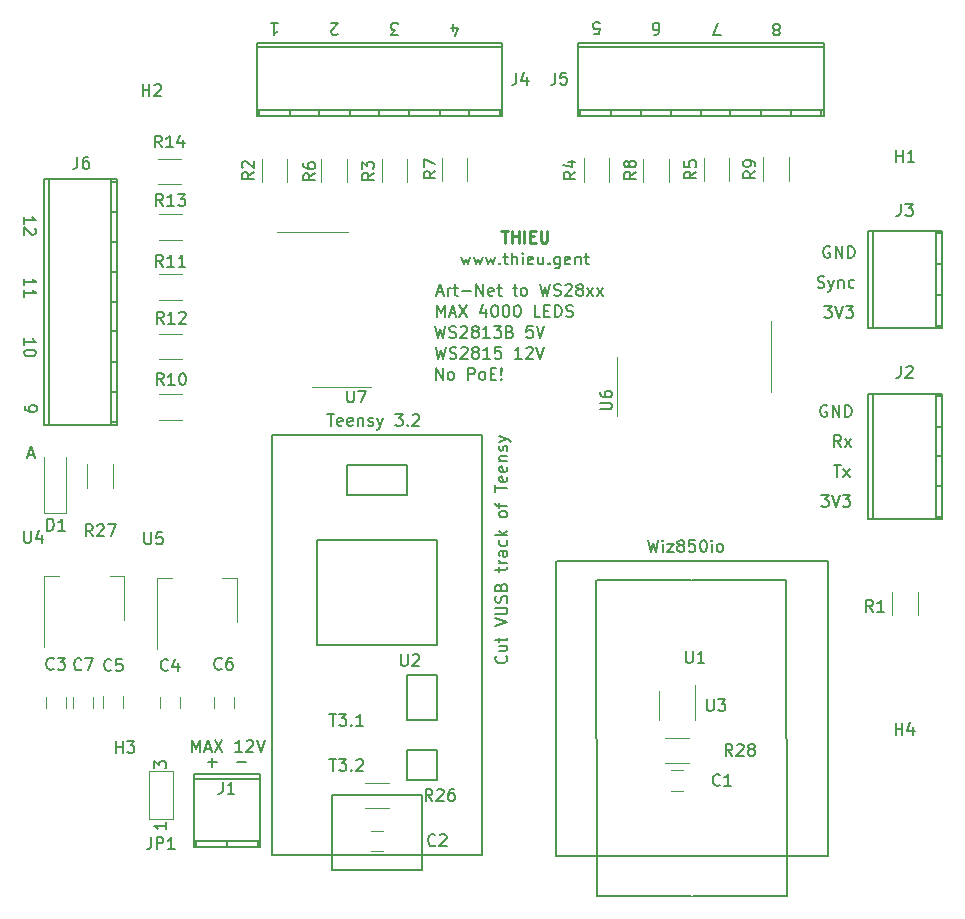
<source format=gto>
G04 #@! TF.GenerationSoftware,KiCad,Pcbnew,(5.1.0)-1*
G04 #@! TF.CreationDate,2019-05-22T12:11:48+02:00*
G04 #@! TF.ProjectId,ArtNet_Node_WSLEDS,4172744e-6574-45f4-9e6f-64655f57534c,rev?*
G04 #@! TF.SameCoordinates,Original*
G04 #@! TF.FileFunction,Legend,Top*
G04 #@! TF.FilePolarity,Positive*
%FSLAX46Y46*%
G04 Gerber Fmt 4.6, Leading zero omitted, Abs format (unit mm)*
G04 Created by KiCad (PCBNEW (5.1.0)-1) date 2019-05-22 12:11:48*
%MOMM*%
%LPD*%
G04 APERTURE LIST*
%ADD10C,0.150000*%
%ADD11C,0.250000*%
%ADD12C,0.120000*%
G04 APERTURE END LIST*
D10*
X70515219Y-101663523D02*
X70515219Y-101854000D01*
X70562838Y-101949238D01*
X70610457Y-101996857D01*
X70753314Y-102092095D01*
X70943790Y-102139714D01*
X71324742Y-102139714D01*
X71419980Y-102092095D01*
X71467600Y-102044476D01*
X71515219Y-101949238D01*
X71515219Y-101758761D01*
X71467600Y-101663523D01*
X71419980Y-101615904D01*
X71324742Y-101568285D01*
X71086647Y-101568285D01*
X70991409Y-101615904D01*
X70943790Y-101663523D01*
X70896171Y-101758761D01*
X70896171Y-101949238D01*
X70943790Y-102044476D01*
X70991409Y-102092095D01*
X71086647Y-102139714D01*
X70464419Y-96481923D02*
X70464419Y-95910495D01*
X70464419Y-96196209D02*
X71464419Y-96196209D01*
X71321561Y-96100971D01*
X71226323Y-96005733D01*
X71178704Y-95910495D01*
X71464419Y-97100971D02*
X71464419Y-97196209D01*
X71416800Y-97291447D01*
X71369180Y-97339066D01*
X71273942Y-97386685D01*
X71083466Y-97434304D01*
X70845371Y-97434304D01*
X70654895Y-97386685D01*
X70559657Y-97339066D01*
X70512038Y-97291447D01*
X70464419Y-97196209D01*
X70464419Y-97100971D01*
X70512038Y-97005733D01*
X70559657Y-96958114D01*
X70654895Y-96910495D01*
X70845371Y-96862876D01*
X71083466Y-96862876D01*
X71273942Y-96910495D01*
X71369180Y-96958114D01*
X71416800Y-97005733D01*
X71464419Y-97100971D01*
X70489819Y-91427323D02*
X70489819Y-90855895D01*
X70489819Y-91141609D02*
X71489819Y-91141609D01*
X71346961Y-91046371D01*
X71251723Y-90951133D01*
X71204104Y-90855895D01*
X70489819Y-92379704D02*
X70489819Y-91808276D01*
X70489819Y-92093990D02*
X71489819Y-92093990D01*
X71346961Y-91998752D01*
X71251723Y-91903514D01*
X71204104Y-91808276D01*
X70439019Y-86194923D02*
X70439019Y-85623495D01*
X70439019Y-85909209D02*
X71439019Y-85909209D01*
X71296161Y-85813971D01*
X71200923Y-85718733D01*
X71153304Y-85623495D01*
X71343780Y-86575876D02*
X71391400Y-86623495D01*
X71439019Y-86718733D01*
X71439019Y-86956828D01*
X71391400Y-87052066D01*
X71343780Y-87099685D01*
X71248542Y-87147304D01*
X71153304Y-87147304D01*
X71010447Y-87099685D01*
X70439019Y-86528257D01*
X70439019Y-87147304D01*
X70831104Y-105754466D02*
X71307295Y-105754466D01*
X70735866Y-106040180D02*
X71069200Y-105040180D01*
X71402533Y-106040180D01*
X84680800Y-130932180D02*
X84680800Y-129932180D01*
X85014133Y-130646466D01*
X85347466Y-129932180D01*
X85347466Y-130932180D01*
X85776038Y-130646466D02*
X86252228Y-130646466D01*
X85680800Y-130932180D02*
X86014133Y-129932180D01*
X86347466Y-130932180D01*
X86585561Y-129932180D02*
X87252228Y-130932180D01*
X87252228Y-129932180D02*
X86585561Y-130932180D01*
X88918895Y-130932180D02*
X88347466Y-130932180D01*
X88633180Y-130932180D02*
X88633180Y-129932180D01*
X88537942Y-130075038D01*
X88442704Y-130170276D01*
X88347466Y-130217895D01*
X89299847Y-130027419D02*
X89347466Y-129979800D01*
X89442704Y-129932180D01*
X89680800Y-129932180D01*
X89776038Y-129979800D01*
X89823657Y-130027419D01*
X89871276Y-130122657D01*
X89871276Y-130217895D01*
X89823657Y-130360752D01*
X89252228Y-130932180D01*
X89871276Y-130932180D01*
X90156990Y-129932180D02*
X90490323Y-130932180D01*
X90823657Y-129932180D01*
X111253542Y-122818990D02*
X111301161Y-122866609D01*
X111348780Y-123009466D01*
X111348780Y-123104704D01*
X111301161Y-123247561D01*
X111205923Y-123342800D01*
X111110685Y-123390419D01*
X110920209Y-123438038D01*
X110777352Y-123438038D01*
X110586876Y-123390419D01*
X110491638Y-123342800D01*
X110396400Y-123247561D01*
X110348780Y-123104704D01*
X110348780Y-123009466D01*
X110396400Y-122866609D01*
X110444019Y-122818990D01*
X110682114Y-121961847D02*
X111348780Y-121961847D01*
X110682114Y-122390419D02*
X111205923Y-122390419D01*
X111301161Y-122342800D01*
X111348780Y-122247561D01*
X111348780Y-122104704D01*
X111301161Y-122009466D01*
X111253542Y-121961847D01*
X110682114Y-121628514D02*
X110682114Y-121247561D01*
X110348780Y-121485657D02*
X111205923Y-121485657D01*
X111301161Y-121438038D01*
X111348780Y-121342800D01*
X111348780Y-121247561D01*
X110348780Y-120295180D02*
X111348780Y-119961847D01*
X110348780Y-119628514D01*
X110348780Y-119295180D02*
X111158304Y-119295180D01*
X111253542Y-119247561D01*
X111301161Y-119199942D01*
X111348780Y-119104704D01*
X111348780Y-118914228D01*
X111301161Y-118818990D01*
X111253542Y-118771371D01*
X111158304Y-118723752D01*
X110348780Y-118723752D01*
X111301161Y-118295180D02*
X111348780Y-118152323D01*
X111348780Y-117914228D01*
X111301161Y-117818990D01*
X111253542Y-117771371D01*
X111158304Y-117723752D01*
X111063066Y-117723752D01*
X110967828Y-117771371D01*
X110920209Y-117818990D01*
X110872590Y-117914228D01*
X110824971Y-118104704D01*
X110777352Y-118199942D01*
X110729733Y-118247561D01*
X110634495Y-118295180D01*
X110539257Y-118295180D01*
X110444019Y-118247561D01*
X110396400Y-118199942D01*
X110348780Y-118104704D01*
X110348780Y-117866609D01*
X110396400Y-117723752D01*
X110824971Y-116961847D02*
X110872590Y-116818990D01*
X110920209Y-116771371D01*
X111015447Y-116723752D01*
X111158304Y-116723752D01*
X111253542Y-116771371D01*
X111301161Y-116818990D01*
X111348780Y-116914228D01*
X111348780Y-117295180D01*
X110348780Y-117295180D01*
X110348780Y-116961847D01*
X110396400Y-116866609D01*
X110444019Y-116818990D01*
X110539257Y-116771371D01*
X110634495Y-116771371D01*
X110729733Y-116818990D01*
X110777352Y-116866609D01*
X110824971Y-116961847D01*
X110824971Y-117295180D01*
X110682114Y-115676133D02*
X110682114Y-115295180D01*
X110348780Y-115533276D02*
X111205923Y-115533276D01*
X111301161Y-115485657D01*
X111348780Y-115390419D01*
X111348780Y-115295180D01*
X111348780Y-114961847D02*
X110682114Y-114961847D01*
X110872590Y-114961847D02*
X110777352Y-114914228D01*
X110729733Y-114866609D01*
X110682114Y-114771371D01*
X110682114Y-114676133D01*
X111348780Y-113914228D02*
X110824971Y-113914228D01*
X110729733Y-113961847D01*
X110682114Y-114057085D01*
X110682114Y-114247561D01*
X110729733Y-114342800D01*
X111301161Y-113914228D02*
X111348780Y-114009466D01*
X111348780Y-114247561D01*
X111301161Y-114342800D01*
X111205923Y-114390419D01*
X111110685Y-114390419D01*
X111015447Y-114342800D01*
X110967828Y-114247561D01*
X110967828Y-114009466D01*
X110920209Y-113914228D01*
X111301161Y-113009466D02*
X111348780Y-113104704D01*
X111348780Y-113295180D01*
X111301161Y-113390419D01*
X111253542Y-113438038D01*
X111158304Y-113485657D01*
X110872590Y-113485657D01*
X110777352Y-113438038D01*
X110729733Y-113390419D01*
X110682114Y-113295180D01*
X110682114Y-113104704D01*
X110729733Y-113009466D01*
X111348780Y-112580895D02*
X110348780Y-112580895D01*
X110967828Y-112485657D02*
X111348780Y-112199942D01*
X110682114Y-112199942D02*
X111063066Y-112580895D01*
X111348780Y-110866609D02*
X111301161Y-110961847D01*
X111253542Y-111009466D01*
X111158304Y-111057085D01*
X110872590Y-111057085D01*
X110777352Y-111009466D01*
X110729733Y-110961847D01*
X110682114Y-110866609D01*
X110682114Y-110723752D01*
X110729733Y-110628514D01*
X110777352Y-110580895D01*
X110872590Y-110533276D01*
X111158304Y-110533276D01*
X111253542Y-110580895D01*
X111301161Y-110628514D01*
X111348780Y-110723752D01*
X111348780Y-110866609D01*
X110682114Y-110247561D02*
X110682114Y-109866609D01*
X111348780Y-110104704D02*
X110491638Y-110104704D01*
X110396400Y-110057085D01*
X110348780Y-109961847D01*
X110348780Y-109866609D01*
X110348780Y-108914228D02*
X110348780Y-108342800D01*
X111348780Y-108628514D02*
X110348780Y-108628514D01*
X111301161Y-107628514D02*
X111348780Y-107723752D01*
X111348780Y-107914228D01*
X111301161Y-108009466D01*
X111205923Y-108057085D01*
X110824971Y-108057085D01*
X110729733Y-108009466D01*
X110682114Y-107914228D01*
X110682114Y-107723752D01*
X110729733Y-107628514D01*
X110824971Y-107580895D01*
X110920209Y-107580895D01*
X111015447Y-108057085D01*
X111301161Y-106771371D02*
X111348780Y-106866609D01*
X111348780Y-107057085D01*
X111301161Y-107152323D01*
X111205923Y-107199942D01*
X110824971Y-107199942D01*
X110729733Y-107152323D01*
X110682114Y-107057085D01*
X110682114Y-106866609D01*
X110729733Y-106771371D01*
X110824971Y-106723752D01*
X110920209Y-106723752D01*
X111015447Y-107199942D01*
X110682114Y-106295180D02*
X111348780Y-106295180D01*
X110777352Y-106295180D02*
X110729733Y-106247561D01*
X110682114Y-106152323D01*
X110682114Y-106009466D01*
X110729733Y-105914228D01*
X110824971Y-105866609D01*
X111348780Y-105866609D01*
X111301161Y-105438038D02*
X111348780Y-105342800D01*
X111348780Y-105152323D01*
X111301161Y-105057085D01*
X111205923Y-105009466D01*
X111158304Y-105009466D01*
X111063066Y-105057085D01*
X111015447Y-105152323D01*
X111015447Y-105295180D01*
X110967828Y-105390419D01*
X110872590Y-105438038D01*
X110824971Y-105438038D01*
X110729733Y-105390419D01*
X110682114Y-105295180D01*
X110682114Y-105152323D01*
X110729733Y-105057085D01*
X110682114Y-104676133D02*
X111348780Y-104438038D01*
X110682114Y-104199942D02*
X111348780Y-104438038D01*
X111586876Y-104533276D01*
X111634495Y-104580895D01*
X111682114Y-104676133D01*
X105327795Y-99423480D02*
X105327795Y-98423480D01*
X105899223Y-99423480D01*
X105899223Y-98423480D01*
X106518271Y-99423480D02*
X106423033Y-99375861D01*
X106375414Y-99328242D01*
X106327795Y-99233004D01*
X106327795Y-98947290D01*
X106375414Y-98852052D01*
X106423033Y-98804433D01*
X106518271Y-98756814D01*
X106661128Y-98756814D01*
X106756366Y-98804433D01*
X106803985Y-98852052D01*
X106851604Y-98947290D01*
X106851604Y-99233004D01*
X106803985Y-99328242D01*
X106756366Y-99375861D01*
X106661128Y-99423480D01*
X106518271Y-99423480D01*
X108042080Y-99423480D02*
X108042080Y-98423480D01*
X108423033Y-98423480D01*
X108518271Y-98471100D01*
X108565890Y-98518719D01*
X108613509Y-98613957D01*
X108613509Y-98756814D01*
X108565890Y-98852052D01*
X108518271Y-98899671D01*
X108423033Y-98947290D01*
X108042080Y-98947290D01*
X109184938Y-99423480D02*
X109089700Y-99375861D01*
X109042080Y-99328242D01*
X108994461Y-99233004D01*
X108994461Y-98947290D01*
X109042080Y-98852052D01*
X109089700Y-98804433D01*
X109184938Y-98756814D01*
X109327795Y-98756814D01*
X109423033Y-98804433D01*
X109470652Y-98852052D01*
X109518271Y-98947290D01*
X109518271Y-99233004D01*
X109470652Y-99328242D01*
X109423033Y-99375861D01*
X109327795Y-99423480D01*
X109184938Y-99423480D01*
X109946842Y-98899671D02*
X110280176Y-98899671D01*
X110423033Y-99423480D02*
X109946842Y-99423480D01*
X109946842Y-98423480D01*
X110423033Y-98423480D01*
X110851604Y-99328242D02*
X110899223Y-99375861D01*
X110851604Y-99423480D01*
X110803985Y-99375861D01*
X110851604Y-99328242D01*
X110851604Y-99423480D01*
X110851604Y-99042528D02*
X110803985Y-98471100D01*
X110851604Y-98423480D01*
X110899223Y-98471100D01*
X110851604Y-99042528D01*
X110851604Y-98423480D01*
X139009523Y-106640380D02*
X139580952Y-106640380D01*
X139295238Y-107640380D02*
X139295238Y-106640380D01*
X139819047Y-107640380D02*
X140342857Y-106973714D01*
X139819047Y-106973714D02*
X140342857Y-107640380D01*
X139604761Y-105100380D02*
X139271428Y-104624190D01*
X139033333Y-105100380D02*
X139033333Y-104100380D01*
X139414285Y-104100380D01*
X139509523Y-104148000D01*
X139557142Y-104195619D01*
X139604761Y-104290857D01*
X139604761Y-104433714D01*
X139557142Y-104528952D01*
X139509523Y-104576571D01*
X139414285Y-104624190D01*
X139033333Y-104624190D01*
X139938095Y-105100380D02*
X140461904Y-104433714D01*
X139938095Y-104433714D02*
X140461904Y-105100380D01*
X137953904Y-109180380D02*
X138572952Y-109180380D01*
X138239619Y-109561333D01*
X138382476Y-109561333D01*
X138477714Y-109608952D01*
X138525333Y-109656571D01*
X138572952Y-109751809D01*
X138572952Y-109989904D01*
X138525333Y-110085142D01*
X138477714Y-110132761D01*
X138382476Y-110180380D01*
X138096761Y-110180380D01*
X138001523Y-110132761D01*
X137953904Y-110085142D01*
X138858666Y-109180380D02*
X139192000Y-110180380D01*
X139525333Y-109180380D01*
X139763428Y-109180380D02*
X140382476Y-109180380D01*
X140049142Y-109561333D01*
X140192000Y-109561333D01*
X140287238Y-109608952D01*
X140334857Y-109656571D01*
X140382476Y-109751809D01*
X140382476Y-109989904D01*
X140334857Y-110085142D01*
X140287238Y-110132761D01*
X140192000Y-110180380D01*
X139906285Y-110180380D01*
X139811047Y-110132761D01*
X139763428Y-110085142D01*
X138430095Y-101608000D02*
X138334857Y-101560380D01*
X138192000Y-101560380D01*
X138049142Y-101608000D01*
X137953904Y-101703238D01*
X137906285Y-101798476D01*
X137858666Y-101988952D01*
X137858666Y-102131809D01*
X137906285Y-102322285D01*
X137953904Y-102417523D01*
X138049142Y-102512761D01*
X138192000Y-102560380D01*
X138287238Y-102560380D01*
X138430095Y-102512761D01*
X138477714Y-102465142D01*
X138477714Y-102131809D01*
X138287238Y-102131809D01*
X138906285Y-102560380D02*
X138906285Y-101560380D01*
X139477714Y-102560380D01*
X139477714Y-101560380D01*
X139953904Y-102560380D02*
X139953904Y-101560380D01*
X140192000Y-101560380D01*
X140334857Y-101608000D01*
X140430095Y-101703238D01*
X140477714Y-101798476D01*
X140525333Y-101988952D01*
X140525333Y-102131809D01*
X140477714Y-102322285D01*
X140430095Y-102417523D01*
X140334857Y-102512761D01*
X140192000Y-102560380D01*
X139953904Y-102560380D01*
X138207904Y-93178380D02*
X138826952Y-93178380D01*
X138493619Y-93559333D01*
X138636476Y-93559333D01*
X138731714Y-93606952D01*
X138779333Y-93654571D01*
X138826952Y-93749809D01*
X138826952Y-93987904D01*
X138779333Y-94083142D01*
X138731714Y-94130761D01*
X138636476Y-94178380D01*
X138350761Y-94178380D01*
X138255523Y-94130761D01*
X138207904Y-94083142D01*
X139112666Y-93178380D02*
X139446000Y-94178380D01*
X139779333Y-93178380D01*
X140017428Y-93178380D02*
X140636476Y-93178380D01*
X140303142Y-93559333D01*
X140446000Y-93559333D01*
X140541238Y-93606952D01*
X140588857Y-93654571D01*
X140636476Y-93749809D01*
X140636476Y-93987904D01*
X140588857Y-94083142D01*
X140541238Y-94130761D01*
X140446000Y-94178380D01*
X140160285Y-94178380D01*
X140065047Y-94130761D01*
X140017428Y-94083142D01*
X138684095Y-88146000D02*
X138588857Y-88098380D01*
X138446000Y-88098380D01*
X138303142Y-88146000D01*
X138207904Y-88241238D01*
X138160285Y-88336476D01*
X138112666Y-88526952D01*
X138112666Y-88669809D01*
X138160285Y-88860285D01*
X138207904Y-88955523D01*
X138303142Y-89050761D01*
X138446000Y-89098380D01*
X138541238Y-89098380D01*
X138684095Y-89050761D01*
X138731714Y-89003142D01*
X138731714Y-88669809D01*
X138541238Y-88669809D01*
X139160285Y-89098380D02*
X139160285Y-88098380D01*
X139731714Y-89098380D01*
X139731714Y-88098380D01*
X140207904Y-89098380D02*
X140207904Y-88098380D01*
X140446000Y-88098380D01*
X140588857Y-88146000D01*
X140684095Y-88241238D01*
X140731714Y-88336476D01*
X140779333Y-88526952D01*
X140779333Y-88669809D01*
X140731714Y-88860285D01*
X140684095Y-88955523D01*
X140588857Y-89050761D01*
X140446000Y-89098380D01*
X140207904Y-89098380D01*
X137644380Y-91590761D02*
X137787238Y-91638380D01*
X138025333Y-91638380D01*
X138120571Y-91590761D01*
X138168190Y-91543142D01*
X138215809Y-91447904D01*
X138215809Y-91352666D01*
X138168190Y-91257428D01*
X138120571Y-91209809D01*
X138025333Y-91162190D01*
X137834857Y-91114571D01*
X137739619Y-91066952D01*
X137692000Y-91019333D01*
X137644380Y-90924095D01*
X137644380Y-90828857D01*
X137692000Y-90733619D01*
X137739619Y-90686000D01*
X137834857Y-90638380D01*
X138072952Y-90638380D01*
X138215809Y-90686000D01*
X138549142Y-90971714D02*
X138787238Y-91638380D01*
X139025333Y-90971714D02*
X138787238Y-91638380D01*
X138692000Y-91876476D01*
X138644380Y-91924095D01*
X138549142Y-91971714D01*
X139406285Y-90971714D02*
X139406285Y-91638380D01*
X139406285Y-91066952D02*
X139453904Y-91019333D01*
X139549142Y-90971714D01*
X139692000Y-90971714D01*
X139787238Y-91019333D01*
X139834857Y-91114571D01*
X139834857Y-91638380D01*
X140739619Y-91590761D02*
X140644380Y-91638380D01*
X140453904Y-91638380D01*
X140358666Y-91590761D01*
X140311047Y-91543142D01*
X140263428Y-91447904D01*
X140263428Y-91162190D01*
X140311047Y-91066952D01*
X140358666Y-91019333D01*
X140453904Y-90971714D01*
X140644380Y-90971714D01*
X140739619Y-91019333D01*
X88519047Y-131821228D02*
X89280952Y-131821228D01*
X86004447Y-131821228D02*
X86766352Y-131821228D01*
X86385400Y-132202180D02*
X86385400Y-131440276D01*
X105296271Y-96645480D02*
X105534366Y-97645480D01*
X105724842Y-96931195D01*
X105915319Y-97645480D01*
X106153414Y-96645480D01*
X106486747Y-97597861D02*
X106629604Y-97645480D01*
X106867700Y-97645480D01*
X106962938Y-97597861D01*
X107010557Y-97550242D01*
X107058176Y-97455004D01*
X107058176Y-97359766D01*
X107010557Y-97264528D01*
X106962938Y-97216909D01*
X106867700Y-97169290D01*
X106677223Y-97121671D01*
X106581985Y-97074052D01*
X106534366Y-97026433D01*
X106486747Y-96931195D01*
X106486747Y-96835957D01*
X106534366Y-96740719D01*
X106581985Y-96693100D01*
X106677223Y-96645480D01*
X106915319Y-96645480D01*
X107058176Y-96693100D01*
X107439128Y-96740719D02*
X107486747Y-96693100D01*
X107581985Y-96645480D01*
X107820080Y-96645480D01*
X107915319Y-96693100D01*
X107962938Y-96740719D01*
X108010557Y-96835957D01*
X108010557Y-96931195D01*
X107962938Y-97074052D01*
X107391509Y-97645480D01*
X108010557Y-97645480D01*
X108581985Y-97074052D02*
X108486747Y-97026433D01*
X108439128Y-96978814D01*
X108391509Y-96883576D01*
X108391509Y-96835957D01*
X108439128Y-96740719D01*
X108486747Y-96693100D01*
X108581985Y-96645480D01*
X108772461Y-96645480D01*
X108867700Y-96693100D01*
X108915319Y-96740719D01*
X108962938Y-96835957D01*
X108962938Y-96883576D01*
X108915319Y-96978814D01*
X108867700Y-97026433D01*
X108772461Y-97074052D01*
X108581985Y-97074052D01*
X108486747Y-97121671D01*
X108439128Y-97169290D01*
X108391509Y-97264528D01*
X108391509Y-97455004D01*
X108439128Y-97550242D01*
X108486747Y-97597861D01*
X108581985Y-97645480D01*
X108772461Y-97645480D01*
X108867700Y-97597861D01*
X108915319Y-97550242D01*
X108962938Y-97455004D01*
X108962938Y-97264528D01*
X108915319Y-97169290D01*
X108867700Y-97121671D01*
X108772461Y-97074052D01*
X109915319Y-97645480D02*
X109343890Y-97645480D01*
X109629604Y-97645480D02*
X109629604Y-96645480D01*
X109534366Y-96788338D01*
X109439128Y-96883576D01*
X109343890Y-96931195D01*
X110820080Y-96645480D02*
X110343890Y-96645480D01*
X110296271Y-97121671D01*
X110343890Y-97074052D01*
X110439128Y-97026433D01*
X110677223Y-97026433D01*
X110772461Y-97074052D01*
X110820080Y-97121671D01*
X110867700Y-97216909D01*
X110867700Y-97455004D01*
X110820080Y-97550242D01*
X110772461Y-97597861D01*
X110677223Y-97645480D01*
X110439128Y-97645480D01*
X110343890Y-97597861D01*
X110296271Y-97550242D01*
X112581985Y-97645480D02*
X112010557Y-97645480D01*
X112296271Y-97645480D02*
X112296271Y-96645480D01*
X112201033Y-96788338D01*
X112105795Y-96883576D01*
X112010557Y-96931195D01*
X112962938Y-96740719D02*
X113010557Y-96693100D01*
X113105795Y-96645480D01*
X113343890Y-96645480D01*
X113439128Y-96693100D01*
X113486747Y-96740719D01*
X113534366Y-96835957D01*
X113534366Y-96931195D01*
X113486747Y-97074052D01*
X112915319Y-97645480D01*
X113534366Y-97645480D01*
X113820080Y-96645480D02*
X114153414Y-97645480D01*
X114486747Y-96645480D01*
X105272461Y-94867480D02*
X105510557Y-95867480D01*
X105701033Y-95153195D01*
X105891509Y-95867480D01*
X106129604Y-94867480D01*
X106462938Y-95819861D02*
X106605795Y-95867480D01*
X106843890Y-95867480D01*
X106939128Y-95819861D01*
X106986747Y-95772242D01*
X107034366Y-95677004D01*
X107034366Y-95581766D01*
X106986747Y-95486528D01*
X106939128Y-95438909D01*
X106843890Y-95391290D01*
X106653414Y-95343671D01*
X106558176Y-95296052D01*
X106510557Y-95248433D01*
X106462938Y-95153195D01*
X106462938Y-95057957D01*
X106510557Y-94962719D01*
X106558176Y-94915100D01*
X106653414Y-94867480D01*
X106891509Y-94867480D01*
X107034366Y-94915100D01*
X107415319Y-94962719D02*
X107462938Y-94915100D01*
X107558176Y-94867480D01*
X107796271Y-94867480D01*
X107891509Y-94915100D01*
X107939128Y-94962719D01*
X107986747Y-95057957D01*
X107986747Y-95153195D01*
X107939128Y-95296052D01*
X107367700Y-95867480D01*
X107986747Y-95867480D01*
X108558176Y-95296052D02*
X108462938Y-95248433D01*
X108415319Y-95200814D01*
X108367700Y-95105576D01*
X108367700Y-95057957D01*
X108415319Y-94962719D01*
X108462938Y-94915100D01*
X108558176Y-94867480D01*
X108748652Y-94867480D01*
X108843890Y-94915100D01*
X108891509Y-94962719D01*
X108939128Y-95057957D01*
X108939128Y-95105576D01*
X108891509Y-95200814D01*
X108843890Y-95248433D01*
X108748652Y-95296052D01*
X108558176Y-95296052D01*
X108462938Y-95343671D01*
X108415319Y-95391290D01*
X108367700Y-95486528D01*
X108367700Y-95677004D01*
X108415319Y-95772242D01*
X108462938Y-95819861D01*
X108558176Y-95867480D01*
X108748652Y-95867480D01*
X108843890Y-95819861D01*
X108891509Y-95772242D01*
X108939128Y-95677004D01*
X108939128Y-95486528D01*
X108891509Y-95391290D01*
X108843890Y-95343671D01*
X108748652Y-95296052D01*
X109891509Y-95867480D02*
X109320080Y-95867480D01*
X109605795Y-95867480D02*
X109605795Y-94867480D01*
X109510557Y-95010338D01*
X109415319Y-95105576D01*
X109320080Y-95153195D01*
X110224842Y-94867480D02*
X110843890Y-94867480D01*
X110510557Y-95248433D01*
X110653414Y-95248433D01*
X110748652Y-95296052D01*
X110796271Y-95343671D01*
X110843890Y-95438909D01*
X110843890Y-95677004D01*
X110796271Y-95772242D01*
X110748652Y-95819861D01*
X110653414Y-95867480D01*
X110367700Y-95867480D01*
X110272461Y-95819861D01*
X110224842Y-95772242D01*
X111605795Y-95343671D02*
X111748652Y-95391290D01*
X111796271Y-95438909D01*
X111843890Y-95534147D01*
X111843890Y-95677004D01*
X111796271Y-95772242D01*
X111748652Y-95819861D01*
X111653414Y-95867480D01*
X111272461Y-95867480D01*
X111272461Y-94867480D01*
X111605795Y-94867480D01*
X111701033Y-94915100D01*
X111748652Y-94962719D01*
X111796271Y-95057957D01*
X111796271Y-95153195D01*
X111748652Y-95248433D01*
X111701033Y-95296052D01*
X111605795Y-95343671D01*
X111272461Y-95343671D01*
X113510557Y-94867480D02*
X113034366Y-94867480D01*
X112986747Y-95343671D01*
X113034366Y-95296052D01*
X113129604Y-95248433D01*
X113367700Y-95248433D01*
X113462938Y-95296052D01*
X113510557Y-95343671D01*
X113558176Y-95438909D01*
X113558176Y-95677004D01*
X113510557Y-95772242D01*
X113462938Y-95819861D01*
X113367700Y-95867480D01*
X113129604Y-95867480D01*
X113034366Y-95819861D01*
X112986747Y-95772242D01*
X113843890Y-94867480D02*
X114177223Y-95867480D01*
X114510557Y-94867480D01*
X105407700Y-92025766D02*
X105883890Y-92025766D01*
X105312461Y-92311480D02*
X105645795Y-91311480D01*
X105979128Y-92311480D01*
X106312461Y-92311480D02*
X106312461Y-91644814D01*
X106312461Y-91835290D02*
X106360080Y-91740052D01*
X106407700Y-91692433D01*
X106502938Y-91644814D01*
X106598176Y-91644814D01*
X106788652Y-91644814D02*
X107169604Y-91644814D01*
X106931509Y-91311480D02*
X106931509Y-92168623D01*
X106979128Y-92263861D01*
X107074366Y-92311480D01*
X107169604Y-92311480D01*
X107502938Y-91930528D02*
X108264842Y-91930528D01*
X108741033Y-92311480D02*
X108741033Y-91311480D01*
X109312461Y-92311480D01*
X109312461Y-91311480D01*
X110169604Y-92263861D02*
X110074366Y-92311480D01*
X109883890Y-92311480D01*
X109788652Y-92263861D01*
X109741033Y-92168623D01*
X109741033Y-91787671D01*
X109788652Y-91692433D01*
X109883890Y-91644814D01*
X110074366Y-91644814D01*
X110169604Y-91692433D01*
X110217223Y-91787671D01*
X110217223Y-91882909D01*
X109741033Y-91978147D01*
X110502938Y-91644814D02*
X110883890Y-91644814D01*
X110645795Y-91311480D02*
X110645795Y-92168623D01*
X110693414Y-92263861D01*
X110788652Y-92311480D01*
X110883890Y-92311480D01*
X111836271Y-91644814D02*
X112217223Y-91644814D01*
X111979128Y-91311480D02*
X111979128Y-92168623D01*
X112026747Y-92263861D01*
X112121985Y-92311480D01*
X112217223Y-92311480D01*
X112693414Y-92311480D02*
X112598176Y-92263861D01*
X112550557Y-92216242D01*
X112502938Y-92121004D01*
X112502938Y-91835290D01*
X112550557Y-91740052D01*
X112598176Y-91692433D01*
X112693414Y-91644814D01*
X112836271Y-91644814D01*
X112931509Y-91692433D01*
X112979128Y-91740052D01*
X113026747Y-91835290D01*
X113026747Y-92121004D01*
X112979128Y-92216242D01*
X112931509Y-92263861D01*
X112836271Y-92311480D01*
X112693414Y-92311480D01*
X114121985Y-91311480D02*
X114360080Y-92311480D01*
X114550557Y-91597195D01*
X114741033Y-92311480D01*
X114979128Y-91311480D01*
X115312461Y-92263861D02*
X115455319Y-92311480D01*
X115693414Y-92311480D01*
X115788652Y-92263861D01*
X115836271Y-92216242D01*
X115883890Y-92121004D01*
X115883890Y-92025766D01*
X115836271Y-91930528D01*
X115788652Y-91882909D01*
X115693414Y-91835290D01*
X115502938Y-91787671D01*
X115407700Y-91740052D01*
X115360080Y-91692433D01*
X115312461Y-91597195D01*
X115312461Y-91501957D01*
X115360080Y-91406719D01*
X115407700Y-91359100D01*
X115502938Y-91311480D01*
X115741033Y-91311480D01*
X115883890Y-91359100D01*
X116264842Y-91406719D02*
X116312461Y-91359100D01*
X116407700Y-91311480D01*
X116645795Y-91311480D01*
X116741033Y-91359100D01*
X116788652Y-91406719D01*
X116836271Y-91501957D01*
X116836271Y-91597195D01*
X116788652Y-91740052D01*
X116217223Y-92311480D01*
X116836271Y-92311480D01*
X117407700Y-91740052D02*
X117312461Y-91692433D01*
X117264842Y-91644814D01*
X117217223Y-91549576D01*
X117217223Y-91501957D01*
X117264842Y-91406719D01*
X117312461Y-91359100D01*
X117407700Y-91311480D01*
X117598176Y-91311480D01*
X117693414Y-91359100D01*
X117741033Y-91406719D01*
X117788652Y-91501957D01*
X117788652Y-91549576D01*
X117741033Y-91644814D01*
X117693414Y-91692433D01*
X117598176Y-91740052D01*
X117407700Y-91740052D01*
X117312461Y-91787671D01*
X117264842Y-91835290D01*
X117217223Y-91930528D01*
X117217223Y-92121004D01*
X117264842Y-92216242D01*
X117312461Y-92263861D01*
X117407700Y-92311480D01*
X117598176Y-92311480D01*
X117693414Y-92263861D01*
X117741033Y-92216242D01*
X117788652Y-92121004D01*
X117788652Y-91930528D01*
X117741033Y-91835290D01*
X117693414Y-91787671D01*
X117598176Y-91740052D01*
X118121985Y-92311480D02*
X118645795Y-91644814D01*
X118121985Y-91644814D02*
X118645795Y-92311480D01*
X118931509Y-92311480D02*
X119455319Y-91644814D01*
X118931509Y-91644814D02*
X119455319Y-92311480D01*
X105399604Y-94089480D02*
X105399604Y-93089480D01*
X105732938Y-93803766D01*
X106066271Y-93089480D01*
X106066271Y-94089480D01*
X106494842Y-93803766D02*
X106971033Y-93803766D01*
X106399604Y-94089480D02*
X106732938Y-93089480D01*
X107066271Y-94089480D01*
X107304366Y-93089480D02*
X107971033Y-94089480D01*
X107971033Y-93089480D02*
X107304366Y-94089480D01*
X109542461Y-93422814D02*
X109542461Y-94089480D01*
X109304366Y-93041861D02*
X109066271Y-93756147D01*
X109685319Y-93756147D01*
X110256747Y-93089480D02*
X110351985Y-93089480D01*
X110447223Y-93137100D01*
X110494842Y-93184719D01*
X110542461Y-93279957D01*
X110590080Y-93470433D01*
X110590080Y-93708528D01*
X110542461Y-93899004D01*
X110494842Y-93994242D01*
X110447223Y-94041861D01*
X110351985Y-94089480D01*
X110256747Y-94089480D01*
X110161509Y-94041861D01*
X110113890Y-93994242D01*
X110066271Y-93899004D01*
X110018652Y-93708528D01*
X110018652Y-93470433D01*
X110066271Y-93279957D01*
X110113890Y-93184719D01*
X110161509Y-93137100D01*
X110256747Y-93089480D01*
X111209128Y-93089480D02*
X111304366Y-93089480D01*
X111399604Y-93137100D01*
X111447223Y-93184719D01*
X111494842Y-93279957D01*
X111542461Y-93470433D01*
X111542461Y-93708528D01*
X111494842Y-93899004D01*
X111447223Y-93994242D01*
X111399604Y-94041861D01*
X111304366Y-94089480D01*
X111209128Y-94089480D01*
X111113890Y-94041861D01*
X111066271Y-93994242D01*
X111018652Y-93899004D01*
X110971033Y-93708528D01*
X110971033Y-93470433D01*
X111018652Y-93279957D01*
X111066271Y-93184719D01*
X111113890Y-93137100D01*
X111209128Y-93089480D01*
X112161509Y-93089480D02*
X112256747Y-93089480D01*
X112351985Y-93137100D01*
X112399604Y-93184719D01*
X112447223Y-93279957D01*
X112494842Y-93470433D01*
X112494842Y-93708528D01*
X112447223Y-93899004D01*
X112399604Y-93994242D01*
X112351985Y-94041861D01*
X112256747Y-94089480D01*
X112161509Y-94089480D01*
X112066271Y-94041861D01*
X112018652Y-93994242D01*
X111971033Y-93899004D01*
X111923414Y-93708528D01*
X111923414Y-93470433D01*
X111971033Y-93279957D01*
X112018652Y-93184719D01*
X112066271Y-93137100D01*
X112161509Y-93089480D01*
X114161509Y-94089480D02*
X113685319Y-94089480D01*
X113685319Y-93089480D01*
X114494842Y-93565671D02*
X114828176Y-93565671D01*
X114971033Y-94089480D02*
X114494842Y-94089480D01*
X114494842Y-93089480D01*
X114971033Y-93089480D01*
X115399604Y-94089480D02*
X115399604Y-93089480D01*
X115637700Y-93089480D01*
X115780557Y-93137100D01*
X115875795Y-93232338D01*
X115923414Y-93327576D01*
X115971033Y-93518052D01*
X115971033Y-93660909D01*
X115923414Y-93851385D01*
X115875795Y-93946623D01*
X115780557Y-94041861D01*
X115637700Y-94089480D01*
X115399604Y-94089480D01*
X116351985Y-94041861D02*
X116494842Y-94089480D01*
X116732938Y-94089480D01*
X116828176Y-94041861D01*
X116875795Y-93994242D01*
X116923414Y-93899004D01*
X116923414Y-93803766D01*
X116875795Y-93708528D01*
X116828176Y-93660909D01*
X116732938Y-93613290D01*
X116542461Y-93565671D01*
X116447223Y-93518052D01*
X116399604Y-93470433D01*
X116351985Y-93375195D01*
X116351985Y-93279957D01*
X116399604Y-93184719D01*
X116447223Y-93137100D01*
X116542461Y-93089480D01*
X116780557Y-93089480D01*
X116923414Y-93137100D01*
X134270738Y-69842047D02*
X134365976Y-69889666D01*
X134413595Y-69937285D01*
X134461214Y-70032523D01*
X134461214Y-70080142D01*
X134413595Y-70175380D01*
X134365976Y-70223000D01*
X134270738Y-70270619D01*
X134080261Y-70270619D01*
X133985023Y-70223000D01*
X133937404Y-70175380D01*
X133889785Y-70080142D01*
X133889785Y-70032523D01*
X133937404Y-69937285D01*
X133985023Y-69889666D01*
X134080261Y-69842047D01*
X134270738Y-69842047D01*
X134365976Y-69794428D01*
X134413595Y-69746809D01*
X134461214Y-69651571D01*
X134461214Y-69461095D01*
X134413595Y-69365857D01*
X134365976Y-69318238D01*
X134270738Y-69270619D01*
X134080261Y-69270619D01*
X133985023Y-69318238D01*
X133937404Y-69365857D01*
X133889785Y-69461095D01*
X133889785Y-69651571D01*
X133937404Y-69746809D01*
X133985023Y-69794428D01*
X134080261Y-69842047D01*
X129428833Y-70207119D02*
X128762166Y-70207119D01*
X129190738Y-69207119D01*
X123761523Y-70207119D02*
X123952000Y-70207119D01*
X124047238Y-70159500D01*
X124094857Y-70111880D01*
X124190095Y-69969023D01*
X124237714Y-69778547D01*
X124237714Y-69397595D01*
X124190095Y-69302357D01*
X124142476Y-69254738D01*
X124047238Y-69207119D01*
X123856761Y-69207119D01*
X123761523Y-69254738D01*
X123713904Y-69302357D01*
X123666285Y-69397595D01*
X123666285Y-69635690D01*
X123713904Y-69730928D01*
X123761523Y-69778547D01*
X123856761Y-69826166D01*
X124047238Y-69826166D01*
X124142476Y-69778547D01*
X124190095Y-69730928D01*
X124237714Y-69635690D01*
X118697404Y-70143619D02*
X119173595Y-70143619D01*
X119221214Y-69667428D01*
X119173595Y-69715047D01*
X119078357Y-69762666D01*
X118840261Y-69762666D01*
X118745023Y-69715047D01*
X118697404Y-69667428D01*
X118649785Y-69572190D01*
X118649785Y-69334095D01*
X118697404Y-69238857D01*
X118745023Y-69191238D01*
X118840261Y-69143619D01*
X119078357Y-69143619D01*
X119173595Y-69191238D01*
X119221214Y-69238857D01*
X106743523Y-69937285D02*
X106743523Y-69270619D01*
X106981619Y-70318238D02*
X107219714Y-69603952D01*
X106600666Y-69603952D01*
X102136533Y-70207119D02*
X101517485Y-70207119D01*
X101850819Y-69826166D01*
X101707961Y-69826166D01*
X101612723Y-69778547D01*
X101565104Y-69730928D01*
X101517485Y-69635690D01*
X101517485Y-69397595D01*
X101565104Y-69302357D01*
X101612723Y-69254738D01*
X101707961Y-69207119D01*
X101993676Y-69207119D01*
X102088914Y-69254738D01*
X102136533Y-69302357D01*
X97008914Y-70111880D02*
X96961295Y-70159500D01*
X96866057Y-70207119D01*
X96627961Y-70207119D01*
X96532723Y-70159500D01*
X96485104Y-70111880D01*
X96437485Y-70016642D01*
X96437485Y-69921404D01*
X96485104Y-69778547D01*
X97056533Y-69207119D01*
X96437485Y-69207119D01*
X91357485Y-69207119D02*
X91928914Y-69207119D01*
X91643200Y-69207119D02*
X91643200Y-70207119D01*
X91738438Y-70064261D01*
X91833676Y-69969023D01*
X91928914Y-69921404D01*
X107471247Y-88990514D02*
X107661723Y-89657180D01*
X107852200Y-89180990D01*
X108042676Y-89657180D01*
X108233152Y-88990514D01*
X108518866Y-88990514D02*
X108709342Y-89657180D01*
X108899819Y-89180990D01*
X109090295Y-89657180D01*
X109280771Y-88990514D01*
X109566485Y-88990514D02*
X109756961Y-89657180D01*
X109947438Y-89180990D01*
X110137914Y-89657180D01*
X110328390Y-88990514D01*
X110709342Y-89561942D02*
X110756961Y-89609561D01*
X110709342Y-89657180D01*
X110661723Y-89609561D01*
X110709342Y-89561942D01*
X110709342Y-89657180D01*
X111042676Y-88990514D02*
X111423628Y-88990514D01*
X111185533Y-88657180D02*
X111185533Y-89514323D01*
X111233152Y-89609561D01*
X111328390Y-89657180D01*
X111423628Y-89657180D01*
X111756961Y-89657180D02*
X111756961Y-88657180D01*
X112185533Y-89657180D02*
X112185533Y-89133371D01*
X112137914Y-89038133D01*
X112042676Y-88990514D01*
X111899819Y-88990514D01*
X111804580Y-89038133D01*
X111756961Y-89085752D01*
X112661723Y-89657180D02*
X112661723Y-88990514D01*
X112661723Y-88657180D02*
X112614104Y-88704800D01*
X112661723Y-88752419D01*
X112709342Y-88704800D01*
X112661723Y-88657180D01*
X112661723Y-88752419D01*
X113518866Y-89609561D02*
X113423628Y-89657180D01*
X113233152Y-89657180D01*
X113137914Y-89609561D01*
X113090295Y-89514323D01*
X113090295Y-89133371D01*
X113137914Y-89038133D01*
X113233152Y-88990514D01*
X113423628Y-88990514D01*
X113518866Y-89038133D01*
X113566485Y-89133371D01*
X113566485Y-89228609D01*
X113090295Y-89323847D01*
X114423628Y-88990514D02*
X114423628Y-89657180D01*
X113995057Y-88990514D02*
X113995057Y-89514323D01*
X114042676Y-89609561D01*
X114137914Y-89657180D01*
X114280771Y-89657180D01*
X114376009Y-89609561D01*
X114423628Y-89561942D01*
X114899819Y-89561942D02*
X114947438Y-89609561D01*
X114899819Y-89657180D01*
X114852200Y-89609561D01*
X114899819Y-89561942D01*
X114899819Y-89657180D01*
X115804580Y-88990514D02*
X115804580Y-89800038D01*
X115756961Y-89895276D01*
X115709342Y-89942895D01*
X115614104Y-89990514D01*
X115471247Y-89990514D01*
X115376009Y-89942895D01*
X115804580Y-89609561D02*
X115709342Y-89657180D01*
X115518866Y-89657180D01*
X115423628Y-89609561D01*
X115376009Y-89561942D01*
X115328390Y-89466704D01*
X115328390Y-89180990D01*
X115376009Y-89085752D01*
X115423628Y-89038133D01*
X115518866Y-88990514D01*
X115709342Y-88990514D01*
X115804580Y-89038133D01*
X116661723Y-89609561D02*
X116566485Y-89657180D01*
X116376009Y-89657180D01*
X116280771Y-89609561D01*
X116233152Y-89514323D01*
X116233152Y-89133371D01*
X116280771Y-89038133D01*
X116376009Y-88990514D01*
X116566485Y-88990514D01*
X116661723Y-89038133D01*
X116709342Y-89133371D01*
X116709342Y-89228609D01*
X116233152Y-89323847D01*
X117137914Y-88990514D02*
X117137914Y-89657180D01*
X117137914Y-89085752D02*
X117185533Y-89038133D01*
X117280771Y-88990514D01*
X117423628Y-88990514D01*
X117518866Y-89038133D01*
X117566485Y-89133371D01*
X117566485Y-89657180D01*
X117899819Y-88990514D02*
X118280771Y-88990514D01*
X118042676Y-88657180D02*
X118042676Y-89514323D01*
X118090295Y-89609561D01*
X118185533Y-89657180D01*
X118280771Y-89657180D01*
D11*
X110853790Y-86802980D02*
X111425219Y-86802980D01*
X111139504Y-87802980D02*
X111139504Y-86802980D01*
X111758552Y-87802980D02*
X111758552Y-86802980D01*
X111758552Y-87279171D02*
X112329980Y-87279171D01*
X112329980Y-87802980D02*
X112329980Y-86802980D01*
X112806171Y-87802980D02*
X112806171Y-86802980D01*
X113282361Y-87279171D02*
X113615695Y-87279171D01*
X113758552Y-87802980D02*
X113282361Y-87802980D01*
X113282361Y-86802980D01*
X113758552Y-86802980D01*
X114187123Y-86802980D02*
X114187123Y-87612504D01*
X114234742Y-87707742D01*
X114282361Y-87755361D01*
X114377600Y-87802980D01*
X114568076Y-87802980D01*
X114663314Y-87755361D01*
X114710933Y-87707742D01*
X114758552Y-87612504D01*
X114758552Y-86802980D01*
D10*
X96123619Y-102322380D02*
X96695047Y-102322380D01*
X96409333Y-103322380D02*
X96409333Y-102322380D01*
X97409333Y-103274761D02*
X97314095Y-103322380D01*
X97123619Y-103322380D01*
X97028380Y-103274761D01*
X96980761Y-103179523D01*
X96980761Y-102798571D01*
X97028380Y-102703333D01*
X97123619Y-102655714D01*
X97314095Y-102655714D01*
X97409333Y-102703333D01*
X97456952Y-102798571D01*
X97456952Y-102893809D01*
X96980761Y-102989047D01*
X98266476Y-103274761D02*
X98171238Y-103322380D01*
X97980761Y-103322380D01*
X97885523Y-103274761D01*
X97837904Y-103179523D01*
X97837904Y-102798571D01*
X97885523Y-102703333D01*
X97980761Y-102655714D01*
X98171238Y-102655714D01*
X98266476Y-102703333D01*
X98314095Y-102798571D01*
X98314095Y-102893809D01*
X97837904Y-102989047D01*
X98742666Y-102655714D02*
X98742666Y-103322380D01*
X98742666Y-102750952D02*
X98790285Y-102703333D01*
X98885523Y-102655714D01*
X99028380Y-102655714D01*
X99123619Y-102703333D01*
X99171238Y-102798571D01*
X99171238Y-103322380D01*
X99599809Y-103274761D02*
X99695047Y-103322380D01*
X99885523Y-103322380D01*
X99980761Y-103274761D01*
X100028380Y-103179523D01*
X100028380Y-103131904D01*
X99980761Y-103036666D01*
X99885523Y-102989047D01*
X99742666Y-102989047D01*
X99647428Y-102941428D01*
X99599809Y-102846190D01*
X99599809Y-102798571D01*
X99647428Y-102703333D01*
X99742666Y-102655714D01*
X99885523Y-102655714D01*
X99980761Y-102703333D01*
X100361714Y-102655714D02*
X100599809Y-103322380D01*
X100837904Y-102655714D02*
X100599809Y-103322380D01*
X100504571Y-103560476D01*
X100456952Y-103608095D01*
X100361714Y-103655714D01*
X101885523Y-102322380D02*
X102504571Y-102322380D01*
X102171238Y-102703333D01*
X102314095Y-102703333D01*
X102409333Y-102750952D01*
X102456952Y-102798571D01*
X102504571Y-102893809D01*
X102504571Y-103131904D01*
X102456952Y-103227142D01*
X102409333Y-103274761D01*
X102314095Y-103322380D01*
X102028380Y-103322380D01*
X101933142Y-103274761D01*
X101885523Y-103227142D01*
X102933142Y-103227142D02*
X102980761Y-103274761D01*
X102933142Y-103322380D01*
X102885523Y-103274761D01*
X102933142Y-103227142D01*
X102933142Y-103322380D01*
X103361714Y-102417619D02*
X103409333Y-102370000D01*
X103504571Y-102322380D01*
X103742666Y-102322380D01*
X103837904Y-102370000D01*
X103885523Y-102417619D01*
X103933142Y-102512857D01*
X103933142Y-102608095D01*
X103885523Y-102750952D01*
X103314095Y-103322380D01*
X103933142Y-103322380D01*
X123301523Y-112990380D02*
X123539619Y-113990380D01*
X123730095Y-113276095D01*
X123920571Y-113990380D01*
X124158666Y-112990380D01*
X124539619Y-113990380D02*
X124539619Y-113323714D01*
X124539619Y-112990380D02*
X124492000Y-113038000D01*
X124539619Y-113085619D01*
X124587238Y-113038000D01*
X124539619Y-112990380D01*
X124539619Y-113085619D01*
X124920571Y-113323714D02*
X125444380Y-113323714D01*
X124920571Y-113990380D01*
X125444380Y-113990380D01*
X125968190Y-113418952D02*
X125872952Y-113371333D01*
X125825333Y-113323714D01*
X125777714Y-113228476D01*
X125777714Y-113180857D01*
X125825333Y-113085619D01*
X125872952Y-113038000D01*
X125968190Y-112990380D01*
X126158666Y-112990380D01*
X126253904Y-113038000D01*
X126301523Y-113085619D01*
X126349142Y-113180857D01*
X126349142Y-113228476D01*
X126301523Y-113323714D01*
X126253904Y-113371333D01*
X126158666Y-113418952D01*
X125968190Y-113418952D01*
X125872952Y-113466571D01*
X125825333Y-113514190D01*
X125777714Y-113609428D01*
X125777714Y-113799904D01*
X125825333Y-113895142D01*
X125872952Y-113942761D01*
X125968190Y-113990380D01*
X126158666Y-113990380D01*
X126253904Y-113942761D01*
X126301523Y-113895142D01*
X126349142Y-113799904D01*
X126349142Y-113609428D01*
X126301523Y-113514190D01*
X126253904Y-113466571D01*
X126158666Y-113418952D01*
X127253904Y-112990380D02*
X126777714Y-112990380D01*
X126730095Y-113466571D01*
X126777714Y-113418952D01*
X126872952Y-113371333D01*
X127111047Y-113371333D01*
X127206285Y-113418952D01*
X127253904Y-113466571D01*
X127301523Y-113561809D01*
X127301523Y-113799904D01*
X127253904Y-113895142D01*
X127206285Y-113942761D01*
X127111047Y-113990380D01*
X126872952Y-113990380D01*
X126777714Y-113942761D01*
X126730095Y-113895142D01*
X127920571Y-112990380D02*
X128015809Y-112990380D01*
X128111047Y-113038000D01*
X128158666Y-113085619D01*
X128206285Y-113180857D01*
X128253904Y-113371333D01*
X128253904Y-113609428D01*
X128206285Y-113799904D01*
X128158666Y-113895142D01*
X128111047Y-113942761D01*
X128015809Y-113990380D01*
X127920571Y-113990380D01*
X127825333Y-113942761D01*
X127777714Y-113895142D01*
X127730095Y-113799904D01*
X127682476Y-113609428D01*
X127682476Y-113371333D01*
X127730095Y-113180857D01*
X127777714Y-113085619D01*
X127825333Y-113038000D01*
X127920571Y-112990380D01*
X128682476Y-113990380D02*
X128682476Y-113323714D01*
X128682476Y-112990380D02*
X128634857Y-113038000D01*
X128682476Y-113085619D01*
X128730095Y-113038000D01*
X128682476Y-112990380D01*
X128682476Y-113085619D01*
X129301523Y-113990380D02*
X129206285Y-113942761D01*
X129158666Y-113895142D01*
X129111047Y-113799904D01*
X129111047Y-113514190D01*
X129158666Y-113418952D01*
X129206285Y-113371333D01*
X129301523Y-113323714D01*
X129444380Y-113323714D01*
X129539619Y-113371333D01*
X129587238Y-113418952D01*
X129634857Y-113514190D01*
X129634857Y-113799904D01*
X129587238Y-113895142D01*
X129539619Y-113942761D01*
X129444380Y-113990380D01*
X129301523Y-113990380D01*
D12*
X120660500Y-102472500D02*
X120660500Y-97472500D01*
X133720500Y-100472500D02*
X133720500Y-94472500D01*
D10*
X104140000Y-139700000D02*
X104140000Y-140970000D01*
X104140000Y-140970000D02*
X96520000Y-140970000D01*
X96520000Y-140970000D02*
X96520000Y-139700000D01*
X105410000Y-128270000D02*
X105410000Y-124460000D01*
X105410000Y-124460000D02*
X102870000Y-124460000D01*
X102870000Y-124460000D02*
X102870000Y-128270000D01*
X102870000Y-128270000D02*
X105410000Y-128270000D01*
X104140000Y-134620000D02*
X96520000Y-134620000D01*
X96520000Y-134620000D02*
X96520000Y-139700000D01*
X104140000Y-134620000D02*
X104140000Y-139700000D01*
X105410000Y-133350000D02*
X105410000Y-130810000D01*
X105410000Y-130810000D02*
X102870000Y-130810000D01*
X102870000Y-130810000D02*
X102870000Y-133350000D01*
X102870000Y-133350000D02*
X105410000Y-133350000D01*
X97790000Y-106680000D02*
X102870000Y-106680000D01*
X102870000Y-106680000D02*
X102870000Y-109220000D01*
X102870000Y-109220000D02*
X97790000Y-109220000D01*
X97790000Y-109220000D02*
X97790000Y-106680000D01*
X105410000Y-113030000D02*
X95250000Y-113030000D01*
X95250000Y-121920000D02*
X105410000Y-121920000D01*
X95250000Y-113030000D02*
X95250000Y-121920000D01*
X105410000Y-113030000D02*
X105410000Y-121920000D01*
X91440000Y-139700000D02*
X91440000Y-104140000D01*
X91440000Y-104140000D02*
X109220000Y-104140000D01*
X109220000Y-104140000D02*
X109220000Y-139700000D01*
X109220000Y-139700000D02*
X91440000Y-139700000D01*
D12*
X72125800Y-110694400D02*
X72125800Y-105994400D01*
X74025800Y-110694400D02*
X74025800Y-105994400D01*
X72125800Y-110694400D02*
X74025800Y-110694400D01*
D10*
X84830920Y-132791200D02*
X84830920Y-138988800D01*
X90429080Y-132791200D02*
X84830920Y-132791200D01*
X90429080Y-138988800D02*
X90429080Y-132791200D01*
X84830920Y-138988800D02*
X90429080Y-138988800D01*
X84830920Y-133189980D02*
X90429080Y-133189980D01*
X87630000Y-138988800D02*
X87630000Y-138490960D01*
X90230960Y-138490960D02*
X90230960Y-138988800D01*
X85029040Y-138988800D02*
X85029040Y-138490960D01*
X90429080Y-138490960D02*
X84830920Y-138490960D01*
X141935200Y-111213900D02*
X148132800Y-111213900D01*
X148132800Y-100619560D02*
X141935200Y-100619560D01*
X148132800Y-108414820D02*
X147634960Y-108414820D01*
X147634960Y-100817680D02*
X148132800Y-100817680D01*
X148132800Y-111015780D02*
X147634960Y-111015780D01*
X147634960Y-105918000D02*
X148132800Y-105918000D01*
X147634960Y-103421180D02*
X148132800Y-103421180D01*
X148132800Y-100617020D02*
X148132800Y-111218980D01*
X147634960Y-111218980D02*
X147634960Y-100617020D01*
X142333980Y-111218980D02*
X142333980Y-100617020D01*
X141935200Y-100617020D02*
X141935200Y-111218980D01*
X141935200Y-95029020D02*
X148132800Y-95029020D01*
X148132800Y-86832440D02*
X141935200Y-86832440D01*
X148132800Y-92229940D02*
X147634960Y-92229940D01*
X147634960Y-87030560D02*
X148132800Y-87030560D01*
X148132800Y-94830900D02*
X147634960Y-94830900D01*
X147634960Y-89631520D02*
X148132800Y-89631520D01*
X148132800Y-95031560D02*
X148132800Y-86832440D01*
X147634960Y-86832440D02*
X147634960Y-95031560D01*
X142333980Y-86832440D02*
X142333980Y-95031560D01*
X141935200Y-86832440D02*
X141935200Y-95031560D01*
X110931960Y-70891400D02*
X90134440Y-70891400D01*
X90134440Y-71290180D02*
X110931960Y-71290180D01*
X110931960Y-77089000D02*
X90134440Y-77089000D01*
X90134440Y-76591160D02*
X110931960Y-76591160D01*
X100533200Y-76591160D02*
X100533200Y-77089000D01*
X108132880Y-76591160D02*
X108132880Y-77089000D01*
X105633520Y-76591160D02*
X105633520Y-77089000D01*
X103035100Y-76591160D02*
X103035100Y-77089000D01*
X98033840Y-76591160D02*
X98033840Y-77089000D01*
X95435420Y-76591160D02*
X95435420Y-77089000D01*
X90335100Y-77089000D02*
X90335100Y-76591160D01*
X110731300Y-76591160D02*
X110731300Y-77089000D01*
X92938600Y-77089000D02*
X92938600Y-76591160D01*
X110929420Y-77089000D02*
X110929420Y-70891400D01*
X90136980Y-70891400D02*
X90136980Y-77089000D01*
X117365780Y-70891400D02*
X117365780Y-77089000D01*
X138158220Y-77089000D02*
X138158220Y-70891400D01*
X120167400Y-77089000D02*
X120167400Y-76591160D01*
X137960100Y-76591160D02*
X137960100Y-77089000D01*
X117563900Y-77089000D02*
X117563900Y-76591160D01*
X122664220Y-76591160D02*
X122664220Y-77089000D01*
X125262640Y-76591160D02*
X125262640Y-77089000D01*
X130263900Y-76591160D02*
X130263900Y-77089000D01*
X132862320Y-76591160D02*
X132862320Y-77089000D01*
X135361680Y-76591160D02*
X135361680Y-77089000D01*
X127762000Y-76591160D02*
X127762000Y-77089000D01*
X117363240Y-76591160D02*
X138160760Y-76591160D01*
X138160760Y-77089000D02*
X117363240Y-77089000D01*
X117363240Y-71290180D02*
X138160760Y-71290180D01*
X138160760Y-70891400D02*
X117363240Y-70891400D01*
D12*
X83042000Y-136644600D02*
X81042000Y-136644600D01*
X83042000Y-132544600D02*
X83042000Y-136644600D01*
X81042000Y-132544600D02*
X83042000Y-132544600D01*
X81042000Y-136644600D02*
X81042000Y-132544600D01*
X146104000Y-117364000D02*
X146104000Y-119364000D01*
X143964000Y-119364000D02*
X143964000Y-117364000D01*
X99330000Y-133550000D02*
X101330000Y-133550000D01*
X101330000Y-135690000D02*
X99330000Y-135690000D01*
X126730000Y-131880000D02*
X124730000Y-131880000D01*
X124730000Y-129740000D02*
X126730000Y-129740000D01*
D10*
X118950000Y-143150000D02*
X118900000Y-116400000D01*
X126950000Y-116400000D02*
X118950000Y-116400000D01*
X135000000Y-116400000D02*
X127000000Y-116400000D01*
X135050000Y-143150000D02*
X135000000Y-116400000D01*
X126950000Y-143150000D02*
X118950000Y-143150000D01*
X135050000Y-143150000D02*
X127050000Y-143150000D01*
X138500000Y-114750000D02*
X115600000Y-114750000D01*
X138500000Y-139750000D02*
X138500000Y-114750000D01*
X115500000Y-139750000D02*
X115500000Y-114750000D01*
X127000000Y-139750000D02*
X138500000Y-139750000D01*
X127000000Y-139750000D02*
X115500000Y-139750000D01*
D12*
X127280000Y-128200000D02*
X127280000Y-125250000D01*
X124180000Y-125800000D02*
X124180000Y-128200000D01*
X74588000Y-126246000D02*
X74588000Y-127246000D01*
X76288000Y-127246000D02*
X76288000Y-126246000D01*
X125230000Y-134200000D02*
X126230000Y-134200000D01*
X126230000Y-132500000D02*
X125230000Y-132500000D01*
X99855400Y-139305400D02*
X100855400Y-139305400D01*
X100855400Y-137605400D02*
X99855400Y-137605400D01*
X74002000Y-127246000D02*
X74002000Y-126246000D01*
X72302000Y-126246000D02*
X72302000Y-127246000D01*
X83654000Y-127246000D02*
X83654000Y-126246000D01*
X81954000Y-126246000D02*
X81954000Y-127246000D01*
X77128000Y-126226000D02*
X77128000Y-127226000D01*
X78828000Y-127226000D02*
X78828000Y-126226000D01*
X86526000Y-126246000D02*
X86526000Y-127246000D01*
X88226000Y-127246000D02*
X88226000Y-126246000D01*
X92713200Y-80711800D02*
X92713200Y-82711800D01*
X90573200Y-82711800D02*
X90573200Y-80711800D01*
X102873200Y-80711800D02*
X102873200Y-82711800D01*
X100733200Y-82711800D02*
X100733200Y-80711800D01*
X117827400Y-82661000D02*
X117827400Y-80661000D01*
X119967400Y-80661000D02*
X119967400Y-82661000D01*
X130178200Y-80635600D02*
X130178200Y-82635600D01*
X128038200Y-82635600D02*
X128038200Y-80635600D01*
X95627800Y-82711800D02*
X95627800Y-80711800D01*
X97767800Y-80711800D02*
X97767800Y-82711800D01*
X107978600Y-80610200D02*
X107978600Y-82610200D01*
X105838600Y-82610200D02*
X105838600Y-80610200D01*
X122882000Y-82711800D02*
X122882000Y-80711800D01*
X125022000Y-80711800D02*
X125022000Y-82711800D01*
X133042000Y-82584800D02*
X133042000Y-80584800D01*
X135182000Y-80584800D02*
X135182000Y-82584800D01*
X78955001Y-116015001D02*
X77695001Y-116015001D01*
X72135001Y-116015001D02*
X73395001Y-116015001D01*
X78955001Y-119775001D02*
X78955001Y-116015001D01*
X72135001Y-122025001D02*
X72135001Y-116015001D01*
X81680000Y-122210000D02*
X81680000Y-116200000D01*
X88500000Y-119960000D02*
X88500000Y-116200000D01*
X81680000Y-116200000D02*
X82940000Y-116200000D01*
X88500000Y-116200000D02*
X87240000Y-116200000D01*
X75815800Y-108594400D02*
X75815800Y-106594400D01*
X77955800Y-106594400D02*
X77955800Y-108594400D01*
D10*
X72148700Y-103233220D02*
X78346300Y-103233220D01*
X78346300Y-82440780D02*
X72148700Y-82440780D01*
X78346300Y-100431600D02*
X77848460Y-100431600D01*
X77848460Y-82638900D02*
X78346300Y-82638900D01*
X78346300Y-103035100D02*
X77848460Y-103035100D01*
X77848460Y-97934780D02*
X78346300Y-97934780D01*
X77848460Y-95336360D02*
X78346300Y-95336360D01*
X77848460Y-90335100D02*
X78346300Y-90335100D01*
X77848460Y-87736680D02*
X78346300Y-87736680D01*
X77848460Y-85237320D02*
X78346300Y-85237320D01*
X77848460Y-92837000D02*
X78346300Y-92837000D01*
X77848460Y-103235760D02*
X77848460Y-82438240D01*
X78346300Y-82438240D02*
X78346300Y-103235760D01*
X72547480Y-103235760D02*
X72547480Y-82438240D01*
X72148700Y-82438240D02*
X72148700Y-103235760D01*
D12*
X81867500Y-100657000D02*
X83867500Y-100657000D01*
X83867500Y-102797000D02*
X81867500Y-102797000D01*
X81867500Y-90497000D02*
X83867500Y-90497000D01*
X83867500Y-92637000D02*
X81867500Y-92637000D01*
X83867500Y-97653500D02*
X81867500Y-97653500D01*
X81867500Y-95513500D02*
X83867500Y-95513500D01*
X83867500Y-87557000D02*
X81867500Y-87557000D01*
X81867500Y-85417000D02*
X83867500Y-85417000D01*
X99869000Y-100002000D02*
X94869000Y-100002000D01*
X97869000Y-86942000D02*
X91869000Y-86942000D01*
X81778600Y-80692600D02*
X83778600Y-80692600D01*
X83778600Y-82832600D02*
X81778600Y-82832600D01*
D10*
X119222880Y-101924404D02*
X120032404Y-101924404D01*
X120127642Y-101876785D01*
X120175261Y-101829166D01*
X120222880Y-101733928D01*
X120222880Y-101543452D01*
X120175261Y-101448214D01*
X120127642Y-101400595D01*
X120032404Y-101352976D01*
X119222880Y-101352976D01*
X119222880Y-100448214D02*
X119222880Y-100638690D01*
X119270500Y-100733928D01*
X119318119Y-100781547D01*
X119460976Y-100876785D01*
X119651452Y-100924404D01*
X120032404Y-100924404D01*
X120127642Y-100876785D01*
X120175261Y-100829166D01*
X120222880Y-100733928D01*
X120222880Y-100543452D01*
X120175261Y-100448214D01*
X120127642Y-100400595D01*
X120032404Y-100352976D01*
X119794309Y-100352976D01*
X119699071Y-100400595D01*
X119651452Y-100448214D01*
X119603833Y-100543452D01*
X119603833Y-100733928D01*
X119651452Y-100829166D01*
X119699071Y-100876785D01*
X119794309Y-100924404D01*
X102362095Y-122642380D02*
X102362095Y-123451904D01*
X102409714Y-123547142D01*
X102457333Y-123594761D01*
X102552571Y-123642380D01*
X102743047Y-123642380D01*
X102838285Y-123594761D01*
X102885904Y-123547142D01*
X102933523Y-123451904D01*
X102933523Y-122642380D01*
X103362095Y-122737619D02*
X103409714Y-122690000D01*
X103504952Y-122642380D01*
X103743047Y-122642380D01*
X103838285Y-122690000D01*
X103885904Y-122737619D01*
X103933523Y-122832857D01*
X103933523Y-122928095D01*
X103885904Y-123070952D01*
X103314476Y-123642380D01*
X103933523Y-123642380D01*
X96313809Y-131532380D02*
X96885238Y-131532380D01*
X96599523Y-132532380D02*
X96599523Y-131532380D01*
X97123333Y-131532380D02*
X97742380Y-131532380D01*
X97409047Y-131913333D01*
X97551904Y-131913333D01*
X97647142Y-131960952D01*
X97694761Y-132008571D01*
X97742380Y-132103809D01*
X97742380Y-132341904D01*
X97694761Y-132437142D01*
X97647142Y-132484761D01*
X97551904Y-132532380D01*
X97266190Y-132532380D01*
X97170952Y-132484761D01*
X97123333Y-132437142D01*
X98170952Y-132437142D02*
X98218571Y-132484761D01*
X98170952Y-132532380D01*
X98123333Y-132484761D01*
X98170952Y-132437142D01*
X98170952Y-132532380D01*
X98599523Y-131627619D02*
X98647142Y-131580000D01*
X98742380Y-131532380D01*
X98980476Y-131532380D01*
X99075714Y-131580000D01*
X99123333Y-131627619D01*
X99170952Y-131722857D01*
X99170952Y-131818095D01*
X99123333Y-131960952D01*
X98551904Y-132532380D01*
X99170952Y-132532380D01*
X96313809Y-127722380D02*
X96885238Y-127722380D01*
X96599523Y-128722380D02*
X96599523Y-127722380D01*
X97123333Y-127722380D02*
X97742380Y-127722380D01*
X97409047Y-128103333D01*
X97551904Y-128103333D01*
X97647142Y-128150952D01*
X97694761Y-128198571D01*
X97742380Y-128293809D01*
X97742380Y-128531904D01*
X97694761Y-128627142D01*
X97647142Y-128674761D01*
X97551904Y-128722380D01*
X97266190Y-128722380D01*
X97170952Y-128674761D01*
X97123333Y-128627142D01*
X98170952Y-128627142D02*
X98218571Y-128674761D01*
X98170952Y-128722380D01*
X98123333Y-128674761D01*
X98170952Y-128627142D01*
X98170952Y-128722380D01*
X99170952Y-128722380D02*
X98599523Y-128722380D01*
X98885238Y-128722380D02*
X98885238Y-127722380D01*
X98790000Y-127865238D01*
X98694761Y-127960476D01*
X98599523Y-128008095D01*
X72413904Y-112186980D02*
X72413904Y-111186980D01*
X72652000Y-111186980D01*
X72794857Y-111234600D01*
X72890095Y-111329838D01*
X72937714Y-111425076D01*
X72985333Y-111615552D01*
X72985333Y-111758409D01*
X72937714Y-111948885D01*
X72890095Y-112044123D01*
X72794857Y-112139361D01*
X72652000Y-112186980D01*
X72413904Y-112186980D01*
X73937714Y-112186980D02*
X73366285Y-112186980D01*
X73652000Y-112186980D02*
X73652000Y-111186980D01*
X73556761Y-111329838D01*
X73461523Y-111425076D01*
X73366285Y-111472695D01*
X87271266Y-133488180D02*
X87271266Y-134202466D01*
X87223647Y-134345323D01*
X87128409Y-134440561D01*
X86985552Y-134488180D01*
X86890314Y-134488180D01*
X88271266Y-134488180D02*
X87699838Y-134488180D01*
X87985552Y-134488180D02*
X87985552Y-133488180D01*
X87890314Y-133631038D01*
X87795076Y-133726276D01*
X87699838Y-133773895D01*
X144700666Y-98258380D02*
X144700666Y-98972666D01*
X144653047Y-99115523D01*
X144557809Y-99210761D01*
X144414952Y-99258380D01*
X144319714Y-99258380D01*
X145129238Y-98353619D02*
X145176857Y-98306000D01*
X145272095Y-98258380D01*
X145510190Y-98258380D01*
X145605428Y-98306000D01*
X145653047Y-98353619D01*
X145700666Y-98448857D01*
X145700666Y-98544095D01*
X145653047Y-98686952D01*
X145081619Y-99258380D01*
X145700666Y-99258380D01*
X144700666Y-84542380D02*
X144700666Y-85256666D01*
X144653047Y-85399523D01*
X144557809Y-85494761D01*
X144414952Y-85542380D01*
X144319714Y-85542380D01*
X145081619Y-84542380D02*
X145700666Y-84542380D01*
X145367333Y-84923333D01*
X145510190Y-84923333D01*
X145605428Y-84970952D01*
X145653047Y-85018571D01*
X145700666Y-85113809D01*
X145700666Y-85351904D01*
X145653047Y-85447142D01*
X145605428Y-85494761D01*
X145510190Y-85542380D01*
X145224476Y-85542380D01*
X145129238Y-85494761D01*
X145081619Y-85447142D01*
X112137866Y-73442580D02*
X112137866Y-74156866D01*
X112090247Y-74299723D01*
X111995009Y-74394961D01*
X111852152Y-74442580D01*
X111756914Y-74442580D01*
X113042628Y-73775914D02*
X113042628Y-74442580D01*
X112804533Y-73394961D02*
X112566438Y-74109247D01*
X113185485Y-74109247D01*
X115427166Y-73429880D02*
X115427166Y-74144166D01*
X115379547Y-74287023D01*
X115284309Y-74382261D01*
X115141452Y-74429880D01*
X115046214Y-74429880D01*
X116379547Y-73429880D02*
X115903357Y-73429880D01*
X115855738Y-73906071D01*
X115903357Y-73858452D01*
X115998595Y-73810833D01*
X116236690Y-73810833D01*
X116331928Y-73858452D01*
X116379547Y-73906071D01*
X116427166Y-74001309D01*
X116427166Y-74239404D01*
X116379547Y-74334642D01*
X116331928Y-74382261D01*
X116236690Y-74429880D01*
X115998595Y-74429880D01*
X115903357Y-74382261D01*
X115855738Y-74334642D01*
X81208666Y-138161780D02*
X81208666Y-138876066D01*
X81161047Y-139018923D01*
X81065809Y-139114161D01*
X80922952Y-139161780D01*
X80827714Y-139161780D01*
X81684857Y-139161780D02*
X81684857Y-138161780D01*
X82065809Y-138161780D01*
X82161047Y-138209400D01*
X82208666Y-138257019D01*
X82256285Y-138352257D01*
X82256285Y-138495114D01*
X82208666Y-138590352D01*
X82161047Y-138637971D01*
X82065809Y-138685590D01*
X81684857Y-138685590D01*
X83208666Y-139161780D02*
X82637238Y-139161780D01*
X82922952Y-139161780D02*
X82922952Y-138161780D01*
X82827714Y-138304638D01*
X82732476Y-138399876D01*
X82637238Y-138447495D01*
X81494380Y-132327933D02*
X81494380Y-131708885D01*
X81875333Y-132042219D01*
X81875333Y-131899361D01*
X81922952Y-131804123D01*
X81970571Y-131756504D01*
X82065809Y-131708885D01*
X82303904Y-131708885D01*
X82399142Y-131756504D01*
X82446761Y-131804123D01*
X82494380Y-131899361D01*
X82494380Y-132185076D01*
X82446761Y-132280314D01*
X82399142Y-132327933D01*
X82494380Y-136908885D02*
X82494380Y-137480314D01*
X82494380Y-137194600D02*
X81494380Y-137194600D01*
X81637238Y-137289838D01*
X81732476Y-137385076D01*
X81780095Y-137480314D01*
X142327333Y-119070380D02*
X141994000Y-118594190D01*
X141755904Y-119070380D02*
X141755904Y-118070380D01*
X142136857Y-118070380D01*
X142232095Y-118118000D01*
X142279714Y-118165619D01*
X142327333Y-118260857D01*
X142327333Y-118403714D01*
X142279714Y-118498952D01*
X142232095Y-118546571D01*
X142136857Y-118594190D01*
X141755904Y-118594190D01*
X143279714Y-119070380D02*
X142708285Y-119070380D01*
X142994000Y-119070380D02*
X142994000Y-118070380D01*
X142898761Y-118213238D01*
X142803523Y-118308476D01*
X142708285Y-118356095D01*
X105021142Y-135072380D02*
X104687809Y-134596190D01*
X104449714Y-135072380D02*
X104449714Y-134072380D01*
X104830666Y-134072380D01*
X104925904Y-134120000D01*
X104973523Y-134167619D01*
X105021142Y-134262857D01*
X105021142Y-134405714D01*
X104973523Y-134500952D01*
X104925904Y-134548571D01*
X104830666Y-134596190D01*
X104449714Y-134596190D01*
X105402095Y-134167619D02*
X105449714Y-134120000D01*
X105544952Y-134072380D01*
X105783047Y-134072380D01*
X105878285Y-134120000D01*
X105925904Y-134167619D01*
X105973523Y-134262857D01*
X105973523Y-134358095D01*
X105925904Y-134500952D01*
X105354476Y-135072380D01*
X105973523Y-135072380D01*
X106830666Y-134072380D02*
X106640190Y-134072380D01*
X106544952Y-134120000D01*
X106497333Y-134167619D01*
X106402095Y-134310476D01*
X106354476Y-134500952D01*
X106354476Y-134881904D01*
X106402095Y-134977142D01*
X106449714Y-135024761D01*
X106544952Y-135072380D01*
X106735428Y-135072380D01*
X106830666Y-135024761D01*
X106878285Y-134977142D01*
X106925904Y-134881904D01*
X106925904Y-134643809D01*
X106878285Y-134548571D01*
X106830666Y-134500952D01*
X106735428Y-134453333D01*
X106544952Y-134453333D01*
X106449714Y-134500952D01*
X106402095Y-134548571D01*
X106354476Y-134643809D01*
X130421142Y-131262380D02*
X130087809Y-130786190D01*
X129849714Y-131262380D02*
X129849714Y-130262380D01*
X130230666Y-130262380D01*
X130325904Y-130310000D01*
X130373523Y-130357619D01*
X130421142Y-130452857D01*
X130421142Y-130595714D01*
X130373523Y-130690952D01*
X130325904Y-130738571D01*
X130230666Y-130786190D01*
X129849714Y-130786190D01*
X130802095Y-130357619D02*
X130849714Y-130310000D01*
X130944952Y-130262380D01*
X131183047Y-130262380D01*
X131278285Y-130310000D01*
X131325904Y-130357619D01*
X131373523Y-130452857D01*
X131373523Y-130548095D01*
X131325904Y-130690952D01*
X130754476Y-131262380D01*
X131373523Y-131262380D01*
X131944952Y-130690952D02*
X131849714Y-130643333D01*
X131802095Y-130595714D01*
X131754476Y-130500476D01*
X131754476Y-130452857D01*
X131802095Y-130357619D01*
X131849714Y-130310000D01*
X131944952Y-130262380D01*
X132135428Y-130262380D01*
X132230666Y-130310000D01*
X132278285Y-130357619D01*
X132325904Y-130452857D01*
X132325904Y-130500476D01*
X132278285Y-130595714D01*
X132230666Y-130643333D01*
X132135428Y-130690952D01*
X131944952Y-130690952D01*
X131849714Y-130738571D01*
X131802095Y-130786190D01*
X131754476Y-130881428D01*
X131754476Y-131071904D01*
X131802095Y-131167142D01*
X131849714Y-131214761D01*
X131944952Y-131262380D01*
X132135428Y-131262380D01*
X132230666Y-131214761D01*
X132278285Y-131167142D01*
X132325904Y-131071904D01*
X132325904Y-130881428D01*
X132278285Y-130786190D01*
X132230666Y-130738571D01*
X132135428Y-130690952D01*
X126492095Y-122388380D02*
X126492095Y-123197904D01*
X126539714Y-123293142D01*
X126587333Y-123340761D01*
X126682571Y-123388380D01*
X126873047Y-123388380D01*
X126968285Y-123340761D01*
X127015904Y-123293142D01*
X127063523Y-123197904D01*
X127063523Y-122388380D01*
X128063523Y-123388380D02*
X127492095Y-123388380D01*
X127777809Y-123388380D02*
X127777809Y-122388380D01*
X127682571Y-122531238D01*
X127587333Y-122626476D01*
X127492095Y-122674095D01*
X128270095Y-126472380D02*
X128270095Y-127281904D01*
X128317714Y-127377142D01*
X128365333Y-127424761D01*
X128460571Y-127472380D01*
X128651047Y-127472380D01*
X128746285Y-127424761D01*
X128793904Y-127377142D01*
X128841523Y-127281904D01*
X128841523Y-126472380D01*
X129222476Y-126472380D02*
X129841523Y-126472380D01*
X129508190Y-126853333D01*
X129651047Y-126853333D01*
X129746285Y-126900952D01*
X129793904Y-126948571D01*
X129841523Y-127043809D01*
X129841523Y-127281904D01*
X129793904Y-127377142D01*
X129746285Y-127424761D01*
X129651047Y-127472380D01*
X129365333Y-127472380D01*
X129270095Y-127424761D01*
X129222476Y-127377142D01*
X75296733Y-123928142D02*
X75249114Y-123975761D01*
X75106257Y-124023380D01*
X75011019Y-124023380D01*
X74868161Y-123975761D01*
X74772923Y-123880523D01*
X74725304Y-123785285D01*
X74677685Y-123594809D01*
X74677685Y-123451952D01*
X74725304Y-123261476D01*
X74772923Y-123166238D01*
X74868161Y-123071000D01*
X75011019Y-123023380D01*
X75106257Y-123023380D01*
X75249114Y-123071000D01*
X75296733Y-123118619D01*
X75630066Y-123023380D02*
X76296733Y-123023380D01*
X75868161Y-124023380D01*
X144272095Y-80970380D02*
X144272095Y-79970380D01*
X144272095Y-80446571D02*
X144843523Y-80446571D01*
X144843523Y-80970380D02*
X144843523Y-79970380D01*
X145843523Y-80970380D02*
X145272095Y-80970380D01*
X145557809Y-80970380D02*
X145557809Y-79970380D01*
X145462571Y-80113238D01*
X145367333Y-80208476D01*
X145272095Y-80256095D01*
X80492695Y-75382380D02*
X80492695Y-74382380D01*
X80492695Y-74858571D02*
X81064123Y-74858571D01*
X81064123Y-75382380D02*
X81064123Y-74382380D01*
X81492695Y-74477619D02*
X81540314Y-74430000D01*
X81635552Y-74382380D01*
X81873647Y-74382380D01*
X81968885Y-74430000D01*
X82016504Y-74477619D01*
X82064123Y-74572857D01*
X82064123Y-74668095D01*
X82016504Y-74810952D01*
X81445076Y-75382380D01*
X82064123Y-75382380D01*
X78232095Y-131008380D02*
X78232095Y-130008380D01*
X78232095Y-130484571D02*
X78803523Y-130484571D01*
X78803523Y-131008380D02*
X78803523Y-130008380D01*
X79184476Y-130008380D02*
X79803523Y-130008380D01*
X79470190Y-130389333D01*
X79613047Y-130389333D01*
X79708285Y-130436952D01*
X79755904Y-130484571D01*
X79803523Y-130579809D01*
X79803523Y-130817904D01*
X79755904Y-130913142D01*
X79708285Y-130960761D01*
X79613047Y-131008380D01*
X79327333Y-131008380D01*
X79232095Y-130960761D01*
X79184476Y-130913142D01*
X144238095Y-129484380D02*
X144238095Y-128484380D01*
X144238095Y-128960571D02*
X144809523Y-128960571D01*
X144809523Y-129484380D02*
X144809523Y-128484380D01*
X145714285Y-128817714D02*
X145714285Y-129484380D01*
X145476190Y-128436761D02*
X145238095Y-129151047D01*
X145857142Y-129151047D01*
X129373333Y-133707142D02*
X129325714Y-133754761D01*
X129182857Y-133802380D01*
X129087619Y-133802380D01*
X128944761Y-133754761D01*
X128849523Y-133659523D01*
X128801904Y-133564285D01*
X128754285Y-133373809D01*
X128754285Y-133230952D01*
X128801904Y-133040476D01*
X128849523Y-132945238D01*
X128944761Y-132850000D01*
X129087619Y-132802380D01*
X129182857Y-132802380D01*
X129325714Y-132850000D01*
X129373333Y-132897619D01*
X130325714Y-133802380D02*
X129754285Y-133802380D01*
X130040000Y-133802380D02*
X130040000Y-132802380D01*
X129944761Y-132945238D01*
X129849523Y-133040476D01*
X129754285Y-133088095D01*
X105268733Y-138812542D02*
X105221114Y-138860161D01*
X105078257Y-138907780D01*
X104983019Y-138907780D01*
X104840161Y-138860161D01*
X104744923Y-138764923D01*
X104697304Y-138669685D01*
X104649685Y-138479209D01*
X104649685Y-138336352D01*
X104697304Y-138145876D01*
X104744923Y-138050638D01*
X104840161Y-137955400D01*
X104983019Y-137907780D01*
X105078257Y-137907780D01*
X105221114Y-137955400D01*
X105268733Y-138003019D01*
X105649685Y-138003019D02*
X105697304Y-137955400D01*
X105792542Y-137907780D01*
X106030638Y-137907780D01*
X106125876Y-137955400D01*
X106173495Y-138003019D01*
X106221114Y-138098257D01*
X106221114Y-138193495D01*
X106173495Y-138336352D01*
X105602066Y-138907780D01*
X106221114Y-138907780D01*
X72959933Y-123877342D02*
X72912314Y-123924961D01*
X72769457Y-123972580D01*
X72674219Y-123972580D01*
X72531361Y-123924961D01*
X72436123Y-123829723D01*
X72388504Y-123734485D01*
X72340885Y-123544009D01*
X72340885Y-123401152D01*
X72388504Y-123210676D01*
X72436123Y-123115438D01*
X72531361Y-123020200D01*
X72674219Y-122972580D01*
X72769457Y-122972580D01*
X72912314Y-123020200D01*
X72959933Y-123067819D01*
X73293266Y-122972580D02*
X73912314Y-122972580D01*
X73578980Y-123353533D01*
X73721838Y-123353533D01*
X73817076Y-123401152D01*
X73864695Y-123448771D01*
X73912314Y-123544009D01*
X73912314Y-123782104D01*
X73864695Y-123877342D01*
X73817076Y-123924961D01*
X73721838Y-123972580D01*
X73436123Y-123972580D01*
X73340885Y-123924961D01*
X73293266Y-123877342D01*
X82637333Y-123978942D02*
X82589714Y-124026561D01*
X82446857Y-124074180D01*
X82351619Y-124074180D01*
X82208761Y-124026561D01*
X82113523Y-123931323D01*
X82065904Y-123836085D01*
X82018285Y-123645609D01*
X82018285Y-123502752D01*
X82065904Y-123312276D01*
X82113523Y-123217038D01*
X82208761Y-123121800D01*
X82351619Y-123074180D01*
X82446857Y-123074180D01*
X82589714Y-123121800D01*
X82637333Y-123169419D01*
X83494476Y-123407514D02*
X83494476Y-124074180D01*
X83256380Y-123026561D02*
X83018285Y-123740847D01*
X83637333Y-123740847D01*
X77836733Y-123978942D02*
X77789114Y-124026561D01*
X77646257Y-124074180D01*
X77551019Y-124074180D01*
X77408161Y-124026561D01*
X77312923Y-123931323D01*
X77265304Y-123836085D01*
X77217685Y-123645609D01*
X77217685Y-123502752D01*
X77265304Y-123312276D01*
X77312923Y-123217038D01*
X77408161Y-123121800D01*
X77551019Y-123074180D01*
X77646257Y-123074180D01*
X77789114Y-123121800D01*
X77836733Y-123169419D01*
X78741495Y-123074180D02*
X78265304Y-123074180D01*
X78217685Y-123550371D01*
X78265304Y-123502752D01*
X78360542Y-123455133D01*
X78598638Y-123455133D01*
X78693876Y-123502752D01*
X78741495Y-123550371D01*
X78789114Y-123645609D01*
X78789114Y-123883704D01*
X78741495Y-123978942D01*
X78693876Y-124026561D01*
X78598638Y-124074180D01*
X78360542Y-124074180D01*
X78265304Y-124026561D01*
X78217685Y-123978942D01*
X87183933Y-123877342D02*
X87136314Y-123924961D01*
X86993457Y-123972580D01*
X86898219Y-123972580D01*
X86755361Y-123924961D01*
X86660123Y-123829723D01*
X86612504Y-123734485D01*
X86564885Y-123544009D01*
X86564885Y-123401152D01*
X86612504Y-123210676D01*
X86660123Y-123115438D01*
X86755361Y-123020200D01*
X86898219Y-122972580D01*
X86993457Y-122972580D01*
X87136314Y-123020200D01*
X87183933Y-123067819D01*
X88041076Y-122972580D02*
X87850600Y-122972580D01*
X87755361Y-123020200D01*
X87707742Y-123067819D01*
X87612504Y-123210676D01*
X87564885Y-123401152D01*
X87564885Y-123782104D01*
X87612504Y-123877342D01*
X87660123Y-123924961D01*
X87755361Y-123972580D01*
X87945838Y-123972580D01*
X88041076Y-123924961D01*
X88088695Y-123877342D01*
X88136314Y-123782104D01*
X88136314Y-123544009D01*
X88088695Y-123448771D01*
X88041076Y-123401152D01*
X87945838Y-123353533D01*
X87755361Y-123353533D01*
X87660123Y-123401152D01*
X87612504Y-123448771D01*
X87564885Y-123544009D01*
X89885780Y-81853066D02*
X89409590Y-82186400D01*
X89885780Y-82424495D02*
X88885780Y-82424495D01*
X88885780Y-82043542D01*
X88933400Y-81948304D01*
X88981019Y-81900685D01*
X89076257Y-81853066D01*
X89219114Y-81853066D01*
X89314352Y-81900685D01*
X89361971Y-81948304D01*
X89409590Y-82043542D01*
X89409590Y-82424495D01*
X88981019Y-81472114D02*
X88933400Y-81424495D01*
X88885780Y-81329257D01*
X88885780Y-81091161D01*
X88933400Y-80995923D01*
X88981019Y-80948304D01*
X89076257Y-80900685D01*
X89171495Y-80900685D01*
X89314352Y-80948304D01*
X89885780Y-81519733D01*
X89885780Y-80900685D01*
X100071180Y-81903866D02*
X99594990Y-82237200D01*
X100071180Y-82475295D02*
X99071180Y-82475295D01*
X99071180Y-82094342D01*
X99118800Y-81999104D01*
X99166419Y-81951485D01*
X99261657Y-81903866D01*
X99404514Y-81903866D01*
X99499752Y-81951485D01*
X99547371Y-81999104D01*
X99594990Y-82094342D01*
X99594990Y-82475295D01*
X99071180Y-81570533D02*
X99071180Y-80951485D01*
X99452133Y-81284819D01*
X99452133Y-81141961D01*
X99499752Y-81046723D01*
X99547371Y-80999104D01*
X99642609Y-80951485D01*
X99880704Y-80951485D01*
X99975942Y-80999104D01*
X100023561Y-81046723D01*
X100071180Y-81141961D01*
X100071180Y-81427676D01*
X100023561Y-81522914D01*
X99975942Y-81570533D01*
X117139980Y-81827666D02*
X116663790Y-82161000D01*
X117139980Y-82399095D02*
X116139980Y-82399095D01*
X116139980Y-82018142D01*
X116187600Y-81922904D01*
X116235219Y-81875285D01*
X116330457Y-81827666D01*
X116473314Y-81827666D01*
X116568552Y-81875285D01*
X116616171Y-81922904D01*
X116663790Y-82018142D01*
X116663790Y-82399095D01*
X116473314Y-80970523D02*
X117139980Y-80970523D01*
X116092361Y-81208619D02*
X116806647Y-81446714D01*
X116806647Y-80827666D01*
X127350780Y-81802266D02*
X126874590Y-82135600D01*
X127350780Y-82373695D02*
X126350780Y-82373695D01*
X126350780Y-81992742D01*
X126398400Y-81897504D01*
X126446019Y-81849885D01*
X126541257Y-81802266D01*
X126684114Y-81802266D01*
X126779352Y-81849885D01*
X126826971Y-81897504D01*
X126874590Y-81992742D01*
X126874590Y-82373695D01*
X126350780Y-80897504D02*
X126350780Y-81373695D01*
X126826971Y-81421314D01*
X126779352Y-81373695D01*
X126731733Y-81278457D01*
X126731733Y-81040361D01*
X126779352Y-80945123D01*
X126826971Y-80897504D01*
X126922209Y-80849885D01*
X127160304Y-80849885D01*
X127255542Y-80897504D01*
X127303161Y-80945123D01*
X127350780Y-81040361D01*
X127350780Y-81278457D01*
X127303161Y-81373695D01*
X127255542Y-81421314D01*
X95092780Y-81954666D02*
X94616590Y-82288000D01*
X95092780Y-82526095D02*
X94092780Y-82526095D01*
X94092780Y-82145142D01*
X94140400Y-82049904D01*
X94188019Y-82002285D01*
X94283257Y-81954666D01*
X94426114Y-81954666D01*
X94521352Y-82002285D01*
X94568971Y-82049904D01*
X94616590Y-82145142D01*
X94616590Y-82526095D01*
X94092780Y-81097523D02*
X94092780Y-81288000D01*
X94140400Y-81383238D01*
X94188019Y-81430857D01*
X94330876Y-81526095D01*
X94521352Y-81573714D01*
X94902304Y-81573714D01*
X94997542Y-81526095D01*
X95045161Y-81478476D01*
X95092780Y-81383238D01*
X95092780Y-81192761D01*
X95045161Y-81097523D01*
X94997542Y-81049904D01*
X94902304Y-81002285D01*
X94664209Y-81002285D01*
X94568971Y-81049904D01*
X94521352Y-81097523D01*
X94473733Y-81192761D01*
X94473733Y-81383238D01*
X94521352Y-81478476D01*
X94568971Y-81526095D01*
X94664209Y-81573714D01*
X105278180Y-81751466D02*
X104801990Y-82084800D01*
X105278180Y-82322895D02*
X104278180Y-82322895D01*
X104278180Y-81941942D01*
X104325800Y-81846704D01*
X104373419Y-81799085D01*
X104468657Y-81751466D01*
X104611514Y-81751466D01*
X104706752Y-81799085D01*
X104754371Y-81846704D01*
X104801990Y-81941942D01*
X104801990Y-82322895D01*
X104278180Y-81418133D02*
X104278180Y-80751466D01*
X105278180Y-81180038D01*
X122245380Y-81827666D02*
X121769190Y-82161000D01*
X122245380Y-82399095D02*
X121245380Y-82399095D01*
X121245380Y-82018142D01*
X121293000Y-81922904D01*
X121340619Y-81875285D01*
X121435857Y-81827666D01*
X121578714Y-81827666D01*
X121673952Y-81875285D01*
X121721571Y-81922904D01*
X121769190Y-82018142D01*
X121769190Y-82399095D01*
X121673952Y-81256238D02*
X121626333Y-81351476D01*
X121578714Y-81399095D01*
X121483476Y-81446714D01*
X121435857Y-81446714D01*
X121340619Y-81399095D01*
X121293000Y-81351476D01*
X121245380Y-81256238D01*
X121245380Y-81065761D01*
X121293000Y-80970523D01*
X121340619Y-80922904D01*
X121435857Y-80875285D01*
X121483476Y-80875285D01*
X121578714Y-80922904D01*
X121626333Y-80970523D01*
X121673952Y-81065761D01*
X121673952Y-81256238D01*
X121721571Y-81351476D01*
X121769190Y-81399095D01*
X121864428Y-81446714D01*
X122054904Y-81446714D01*
X122150142Y-81399095D01*
X122197761Y-81351476D01*
X122245380Y-81256238D01*
X122245380Y-81065761D01*
X122197761Y-80970523D01*
X122150142Y-80922904D01*
X122054904Y-80875285D01*
X121864428Y-80875285D01*
X121769190Y-80922904D01*
X121721571Y-80970523D01*
X121673952Y-81065761D01*
X132354580Y-81776866D02*
X131878390Y-82110200D01*
X132354580Y-82348295D02*
X131354580Y-82348295D01*
X131354580Y-81967342D01*
X131402200Y-81872104D01*
X131449819Y-81824485D01*
X131545057Y-81776866D01*
X131687914Y-81776866D01*
X131783152Y-81824485D01*
X131830771Y-81872104D01*
X131878390Y-81967342D01*
X131878390Y-82348295D01*
X132354580Y-81300676D02*
X132354580Y-81110200D01*
X132306961Y-81014961D01*
X132259342Y-80967342D01*
X132116485Y-80872104D01*
X131926009Y-80824485D01*
X131545057Y-80824485D01*
X131449819Y-80872104D01*
X131402200Y-80919723D01*
X131354580Y-81014961D01*
X131354580Y-81205438D01*
X131402200Y-81300676D01*
X131449819Y-81348295D01*
X131545057Y-81395914D01*
X131783152Y-81395914D01*
X131878390Y-81348295D01*
X131926009Y-81300676D01*
X131973628Y-81205438D01*
X131973628Y-81014961D01*
X131926009Y-80919723D01*
X131878390Y-80872104D01*
X131783152Y-80824485D01*
X70459695Y-112228380D02*
X70459695Y-113037904D01*
X70507314Y-113133142D01*
X70554933Y-113180761D01*
X70650171Y-113228380D01*
X70840647Y-113228380D01*
X70935885Y-113180761D01*
X70983504Y-113133142D01*
X71031123Y-113037904D01*
X71031123Y-112228380D01*
X71935885Y-112561714D02*
X71935885Y-113228380D01*
X71697790Y-112180761D02*
X71459695Y-112895047D01*
X72078742Y-112895047D01*
X80645095Y-112355380D02*
X80645095Y-113164904D01*
X80692714Y-113260142D01*
X80740333Y-113307761D01*
X80835571Y-113355380D01*
X81026047Y-113355380D01*
X81121285Y-113307761D01*
X81168904Y-113260142D01*
X81216523Y-113164904D01*
X81216523Y-112355380D01*
X82168904Y-112355380D02*
X81692714Y-112355380D01*
X81645095Y-112831571D01*
X81692714Y-112783952D01*
X81787952Y-112736333D01*
X82026047Y-112736333D01*
X82121285Y-112783952D01*
X82168904Y-112831571D01*
X82216523Y-112926809D01*
X82216523Y-113164904D01*
X82168904Y-113260142D01*
X82121285Y-113307761D01*
X82026047Y-113355380D01*
X81787952Y-113355380D01*
X81692714Y-113307761D01*
X81645095Y-113260142D01*
X76268342Y-112669580D02*
X75935009Y-112193390D01*
X75696914Y-112669580D02*
X75696914Y-111669580D01*
X76077866Y-111669580D01*
X76173104Y-111717200D01*
X76220723Y-111764819D01*
X76268342Y-111860057D01*
X76268342Y-112002914D01*
X76220723Y-112098152D01*
X76173104Y-112145771D01*
X76077866Y-112193390D01*
X75696914Y-112193390D01*
X76649295Y-111764819D02*
X76696914Y-111717200D01*
X76792152Y-111669580D01*
X77030247Y-111669580D01*
X77125485Y-111717200D01*
X77173104Y-111764819D01*
X77220723Y-111860057D01*
X77220723Y-111955295D01*
X77173104Y-112098152D01*
X76601676Y-112669580D01*
X77220723Y-112669580D01*
X77554057Y-111669580D02*
X78220723Y-111669580D01*
X77792152Y-112669580D01*
X74977666Y-80554580D02*
X74977666Y-81268866D01*
X74930047Y-81411723D01*
X74834809Y-81506961D01*
X74691952Y-81554580D01*
X74596714Y-81554580D01*
X75882428Y-80554580D02*
X75691952Y-80554580D01*
X75596714Y-80602200D01*
X75549095Y-80649819D01*
X75453857Y-80792676D01*
X75406238Y-80983152D01*
X75406238Y-81364104D01*
X75453857Y-81459342D01*
X75501476Y-81506961D01*
X75596714Y-81554580D01*
X75787190Y-81554580D01*
X75882428Y-81506961D01*
X75930047Y-81459342D01*
X75977666Y-81364104D01*
X75977666Y-81126009D01*
X75930047Y-81030771D01*
X75882428Y-80983152D01*
X75787190Y-80935533D01*
X75596714Y-80935533D01*
X75501476Y-80983152D01*
X75453857Y-81030771D01*
X75406238Y-81126009D01*
X82262742Y-99867980D02*
X81929409Y-99391790D01*
X81691314Y-99867980D02*
X81691314Y-98867980D01*
X82072266Y-98867980D01*
X82167504Y-98915600D01*
X82215123Y-98963219D01*
X82262742Y-99058457D01*
X82262742Y-99201314D01*
X82215123Y-99296552D01*
X82167504Y-99344171D01*
X82072266Y-99391790D01*
X81691314Y-99391790D01*
X83215123Y-99867980D02*
X82643695Y-99867980D01*
X82929409Y-99867980D02*
X82929409Y-98867980D01*
X82834171Y-99010838D01*
X82738933Y-99106076D01*
X82643695Y-99153695D01*
X83834171Y-98867980D02*
X83929409Y-98867980D01*
X84024647Y-98915600D01*
X84072266Y-98963219D01*
X84119885Y-99058457D01*
X84167504Y-99248933D01*
X84167504Y-99487028D01*
X84119885Y-99677504D01*
X84072266Y-99772742D01*
X84024647Y-99820361D01*
X83929409Y-99867980D01*
X83834171Y-99867980D01*
X83738933Y-99820361D01*
X83691314Y-99772742D01*
X83643695Y-99677504D01*
X83596076Y-99487028D01*
X83596076Y-99248933D01*
X83643695Y-99058457D01*
X83691314Y-98963219D01*
X83738933Y-98915600D01*
X83834171Y-98867980D01*
X82211942Y-89834980D02*
X81878609Y-89358790D01*
X81640514Y-89834980D02*
X81640514Y-88834980D01*
X82021466Y-88834980D01*
X82116704Y-88882600D01*
X82164323Y-88930219D01*
X82211942Y-89025457D01*
X82211942Y-89168314D01*
X82164323Y-89263552D01*
X82116704Y-89311171D01*
X82021466Y-89358790D01*
X81640514Y-89358790D01*
X83164323Y-89834980D02*
X82592895Y-89834980D01*
X82878609Y-89834980D02*
X82878609Y-88834980D01*
X82783371Y-88977838D01*
X82688133Y-89073076D01*
X82592895Y-89120695D01*
X84116704Y-89834980D02*
X83545276Y-89834980D01*
X83830990Y-89834980D02*
X83830990Y-88834980D01*
X83735752Y-88977838D01*
X83640514Y-89073076D01*
X83545276Y-89120695D01*
X82262742Y-94660980D02*
X81929409Y-94184790D01*
X81691314Y-94660980D02*
X81691314Y-93660980D01*
X82072266Y-93660980D01*
X82167504Y-93708600D01*
X82215123Y-93756219D01*
X82262742Y-93851457D01*
X82262742Y-93994314D01*
X82215123Y-94089552D01*
X82167504Y-94137171D01*
X82072266Y-94184790D01*
X81691314Y-94184790D01*
X83215123Y-94660980D02*
X82643695Y-94660980D01*
X82929409Y-94660980D02*
X82929409Y-93660980D01*
X82834171Y-93803838D01*
X82738933Y-93899076D01*
X82643695Y-93946695D01*
X83596076Y-93756219D02*
X83643695Y-93708600D01*
X83738933Y-93660980D01*
X83977028Y-93660980D01*
X84072266Y-93708600D01*
X84119885Y-93756219D01*
X84167504Y-93851457D01*
X84167504Y-93946695D01*
X84119885Y-94089552D01*
X83548457Y-94660980D01*
X84167504Y-94660980D01*
X82211942Y-84704180D02*
X81878609Y-84227990D01*
X81640514Y-84704180D02*
X81640514Y-83704180D01*
X82021466Y-83704180D01*
X82116704Y-83751800D01*
X82164323Y-83799419D01*
X82211942Y-83894657D01*
X82211942Y-84037514D01*
X82164323Y-84132752D01*
X82116704Y-84180371D01*
X82021466Y-84227990D01*
X81640514Y-84227990D01*
X83164323Y-84704180D02*
X82592895Y-84704180D01*
X82878609Y-84704180D02*
X82878609Y-83704180D01*
X82783371Y-83847038D01*
X82688133Y-83942276D01*
X82592895Y-83989895D01*
X83497657Y-83704180D02*
X84116704Y-83704180D01*
X83783371Y-84085133D01*
X83926228Y-84085133D01*
X84021466Y-84132752D01*
X84069085Y-84180371D01*
X84116704Y-84275609D01*
X84116704Y-84513704D01*
X84069085Y-84608942D01*
X84021466Y-84656561D01*
X83926228Y-84704180D01*
X83640514Y-84704180D01*
X83545276Y-84656561D01*
X83497657Y-84608942D01*
X97797095Y-100344380D02*
X97797095Y-101153904D01*
X97844714Y-101249142D01*
X97892333Y-101296761D01*
X97987571Y-101344380D01*
X98178047Y-101344380D01*
X98273285Y-101296761D01*
X98320904Y-101249142D01*
X98368523Y-101153904D01*
X98368523Y-100344380D01*
X98749476Y-100344380D02*
X99416142Y-100344380D01*
X98987571Y-101344380D01*
X82110342Y-79751180D02*
X81777009Y-79274990D01*
X81538914Y-79751180D02*
X81538914Y-78751180D01*
X81919866Y-78751180D01*
X82015104Y-78798800D01*
X82062723Y-78846419D01*
X82110342Y-78941657D01*
X82110342Y-79084514D01*
X82062723Y-79179752D01*
X82015104Y-79227371D01*
X81919866Y-79274990D01*
X81538914Y-79274990D01*
X83062723Y-79751180D02*
X82491295Y-79751180D01*
X82777009Y-79751180D02*
X82777009Y-78751180D01*
X82681771Y-78894038D01*
X82586533Y-78989276D01*
X82491295Y-79036895D01*
X83919866Y-79084514D02*
X83919866Y-79751180D01*
X83681771Y-78703561D02*
X83443676Y-79417847D01*
X84062723Y-79417847D01*
M02*

</source>
